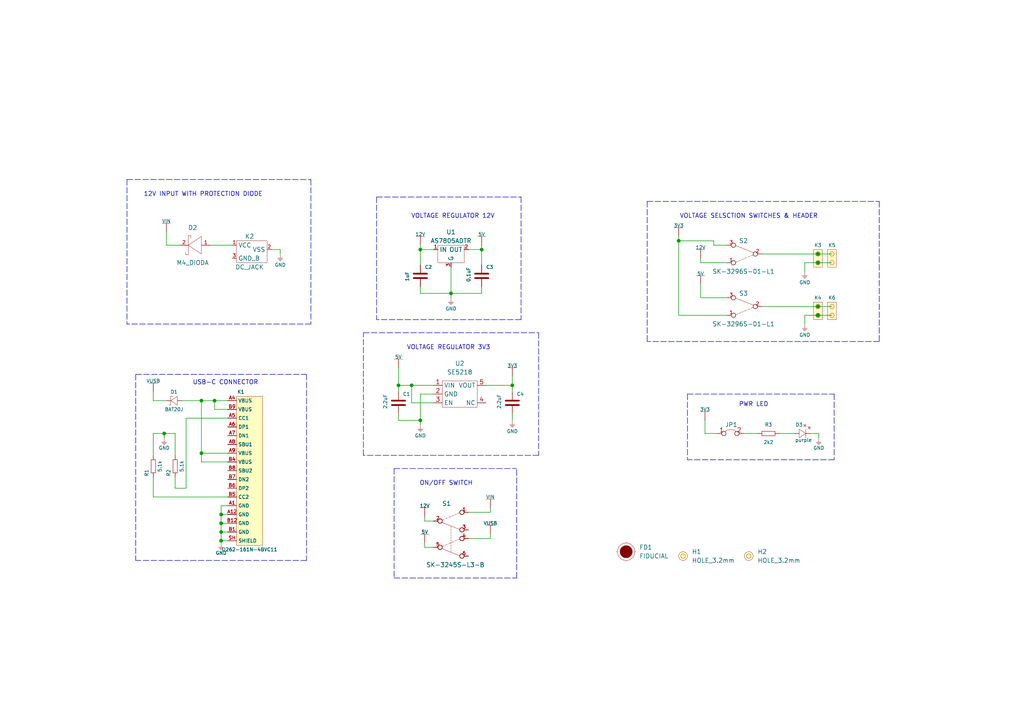
<source format=kicad_sch>
(kicad_sch (version 20210621) (generator eeschema)

  (uuid f8c8bbea-e952-4373-9560-88c6b50675e0)

  (paper "A4")

  (title_block
    (title "Breadboard power supply")
    (date "2021-07-08")
    (rev "V1.1.1.")
    (company "SOLDERED")
    (comment 1 "333084")
  )

  (lib_symbols
    (symbol "e-radionica.com schematics:0402LED" (pin_numbers hide) (pin_names (offset 0.254) hide) (in_bom yes) (on_board yes)
      (property "Reference" "D" (id 0) (at -0.635 2.54 0)
        (effects (font (size 1 1)))
      )
      (property "Value" "0402LED" (id 1) (at 0 -2.54 0)
        (effects (font (size 1 1)))
      )
      (property "Footprint" "e-radionica.com footprinti:0402LED" (id 2) (at 0 5.08 0)
        (effects (font (size 1 1)) hide)
      )
      (property "Datasheet" "" (id 3) (at 0 0 0)
        (effects (font (size 1 1)) hide)
      )
      (symbol "0402LED_0_1"
        (polyline
          (pts
            (xy -0.635 1.27)
            (xy 1.27 0)
          )
          (stroke (width 0.0006)) (fill (type none))
        )
        (polyline
          (pts
            (xy 0.635 1.905)
            (xy 1.27 2.54)
          )
          (stroke (width 0.0006)) (fill (type none))
        )
        (polyline
          (pts
            (xy 1.27 1.27)
            (xy 1.27 -1.27)
          )
          (stroke (width 0.0006)) (fill (type none))
        )
        (polyline
          (pts
            (xy 1.905 1.27)
            (xy 2.54 1.905)
          )
          (stroke (width 0.0006)) (fill (type none))
        )
        (polyline
          (pts
            (xy -0.635 1.27)
            (xy -0.635 -1.27)
            (xy 1.27 0)
          )
          (stroke (width 0.0006)) (fill (type none))
        )
        (polyline
          (pts
            (xy 1.27 2.54)
            (xy 0.635 2.54)
            (xy 1.27 1.905)
            (xy 1.27 2.54)
          )
          (stroke (width 0.0006)) (fill (type none))
        )
        (polyline
          (pts
            (xy 2.54 1.905)
            (xy 1.905 1.905)
            (xy 2.54 1.27)
            (xy 2.54 1.905)
          )
          (stroke (width 0.0006)) (fill (type none))
        )
      )
      (symbol "0402LED_1_1"
        (pin passive line (at -1.905 0 0) (length 1.27)
          (name "A" (effects (font (size 1.27 1.27))))
          (number "1" (effects (font (size 1.27 1.27))))
        )
        (pin passive line (at 2.54 0 180) (length 1.27)
          (name "K" (effects (font (size 1.27 1.27))))
          (number "2" (effects (font (size 1.27 1.27))))
        )
      )
    )
    (symbol "e-radionica.com schematics:0402R" (pin_numbers hide) (pin_names (offset 0.254)) (in_bom yes) (on_board yes)
      (property "Reference" "R" (id 0) (at -1.905 1.27 0)
        (effects (font (size 1 1)))
      )
      (property "Value" "0402R" (id 1) (at 0 -1.27 0)
        (effects (font (size 1 1)))
      )
      (property "Footprint" "e-radionica.com footprinti:0402R" (id 2) (at -2.54 1.905 0)
        (effects (font (size 1 1)) hide)
      )
      (property "Datasheet" "" (id 3) (at -2.54 1.905 0)
        (effects (font (size 1 1)) hide)
      )
      (symbol "0402R_0_1"
        (rectangle (start -1.905 -0.635) (end 1.905 -0.6604)
          (stroke (width 0.1)) (fill (type none))
        )
        (rectangle (start -1.905 0.635) (end -1.8796 -0.635)
          (stroke (width 0.1)) (fill (type none))
        )
        (rectangle (start -1.905 0.635) (end 1.905 0.6096)
          (stroke (width 0.1)) (fill (type none))
        )
        (rectangle (start 1.905 0.635) (end 1.9304 -0.635)
          (stroke (width 0.1)) (fill (type none))
        )
      )
      (symbol "0402R_1_1"
        (pin passive line (at -3.175 0 0) (length 1.27)
          (name "~" (effects (font (size 1.27 1.27))))
          (number "1" (effects (font (size 1.27 1.27))))
        )
        (pin passive line (at 3.175 0 180) (length 1.27)
          (name "~" (effects (font (size 1.27 1.27))))
          (number "2" (effects (font (size 1.27 1.27))))
        )
      )
    )
    (symbol "e-radionica.com schematics:0603C" (pin_numbers hide) (pin_names (offset 0.002)) (in_bom yes) (on_board yes)
      (property "Reference" "C" (id 0) (at -0.635 3.175 0)
        (effects (font (size 1 1)))
      )
      (property "Value" "0603C" (id 1) (at 0 -3.175 0)
        (effects (font (size 1 1)))
      )
      (property "Footprint" "e-radionica.com footprinti:0603C" (id 2) (at 0 0 0)
        (effects (font (size 1 1)) hide)
      )
      (property "Datasheet" "" (id 3) (at 0 0 0)
        (effects (font (size 1 1)) hide)
      )
      (symbol "0603C_0_1"
        (polyline
          (pts
            (xy -0.635 1.905)
            (xy -0.635 -1.905)
          )
          (stroke (width 0.5)) (fill (type none))
        )
        (polyline
          (pts
            (xy 0.635 1.905)
            (xy 0.635 -1.905)
          )
          (stroke (width 0.5)) (fill (type none))
        )
      )
      (symbol "0603C_1_1"
        (pin passive line (at -3.175 0 0) (length 2.54)
          (name "~" (effects (font (size 1.27 1.27))))
          (number "1" (effects (font (size 1.27 1.27))))
        )
        (pin passive line (at 3.175 0 180) (length 2.54)
          (name "~" (effects (font (size 1.27 1.27))))
          (number "2" (effects (font (size 1.27 1.27))))
        )
      )
    )
    (symbol "e-radionica.com schematics:0603R_1" (pin_numbers hide) (pin_names (offset 0.254)) (in_bom yes) (on_board yes)
      (property "Reference" "R" (id 0) (at -1.905 1.905 0)
        (effects (font (size 1 1)))
      )
      (property "Value" "0603R" (id 1) (at 0 -1.905 0)
        (effects (font (size 1 1)))
      )
      (property "Footprint" "e-radionica.com footprinti:0603R" (id 2) (at -0.635 1.905 0)
        (effects (font (size 1 1)) hide)
      )
      (property "Datasheet" "" (id 3) (at -0.635 1.905 0)
        (effects (font (size 1 1)) hide)
      )
      (symbol "0603R_1_0_1"
        (rectangle (start -1.905 -0.635) (end 1.905 -0.6604)
          (stroke (width 0.1)) (fill (type none))
        )
        (rectangle (start -1.905 0.635) (end -1.8796 -0.635)
          (stroke (width 0.1)) (fill (type none))
        )
        (rectangle (start -1.905 0.635) (end 1.905 0.6096)
          (stroke (width 0.1)) (fill (type none))
        )
        (rectangle (start 1.905 0.635) (end 1.9304 -0.635)
          (stroke (width 0.1)) (fill (type none))
        )
      )
      (symbol "0603R_1_1_1"
        (pin passive line (at -3.175 0 0) (length 1.27)
          (name "~" (effects (font (size 1.27 1.27))))
          (number "1" (effects (font (size 1.27 1.27))))
        )
        (pin passive line (at 3.175 0 180) (length 1.27)
          (name "~" (effects (font (size 1.27 1.27))))
          (number "2" (effects (font (size 1.27 1.27))))
        )
      )
    )
    (symbol "e-radionica.com schematics:0603R_2" (pin_numbers hide) (pin_names (offset 0.254)) (in_bom yes) (on_board yes)
      (property "Reference" "R" (id 0) (at -1.905 1.905 0)
        (effects (font (size 1 1)))
      )
      (property "Value" "0603R" (id 1) (at 0 -1.905 0)
        (effects (font (size 1 1)))
      )
      (property "Footprint" "e-radionica.com footprinti:0603R" (id 2) (at -0.635 1.905 0)
        (effects (font (size 1 1)) hide)
      )
      (property "Datasheet" "" (id 3) (at -0.635 1.905 0)
        (effects (font (size 1 1)) hide)
      )
      (symbol "0603R_2_0_1"
        (rectangle (start -1.905 -0.635) (end 1.905 -0.6604)
          (stroke (width 0.1)) (fill (type none))
        )
        (rectangle (start -1.905 0.635) (end -1.8796 -0.635)
          (stroke (width 0.1)) (fill (type none))
        )
        (rectangle (start -1.905 0.635) (end 1.905 0.6096)
          (stroke (width 0.1)) (fill (type none))
        )
        (rectangle (start 1.905 0.635) (end 1.9304 -0.635)
          (stroke (width 0.1)) (fill (type none))
        )
      )
      (symbol "0603R_2_1_1"
        (pin passive line (at -3.175 0 0) (length 1.27)
          (name "~" (effects (font (size 1.27 1.27))))
          (number "1" (effects (font (size 1.27 1.27))))
        )
        (pin passive line (at 3.175 0 180) (length 1.27)
          (name "~" (effects (font (size 1.27 1.27))))
          (number "2" (effects (font (size 1.27 1.27))))
        )
      )
    )
    (symbol "e-radionica.com schematics:12V" (power) (pin_names (offset 0)) (in_bom yes) (on_board yes)
      (property "Reference" "#PWR" (id 0) (at 4.445 0 0)
        (effects (font (size 1 1)) hide)
      )
      (property "Value" "12V" (id 1) (at 0 3.556 0)
        (effects (font (size 1 1)))
      )
      (property "Footprint" "" (id 2) (at 4.445 3.81 0)
        (effects (font (size 1 1)) hide)
      )
      (property "Datasheet" "" (id 3) (at 4.445 3.81 0)
        (effects (font (size 1 1)) hide)
      )
      (property "ki_keywords" "power-flag" (id 4) (at 0 0 0)
        (effects (font (size 1.27 1.27)) hide)
      )
      (property "ki_description" "Power symbol creates a global label with name \"+3V3\"" (id 5) (at 0 0 0)
        (effects (font (size 1.27 1.27)) hide)
      )
      (symbol "12V_0_1"
        (polyline
          (pts
            (xy -1.27 2.54)
            (xy 1.27 2.54)
          )
          (stroke (width 0.0006)) (fill (type none))
        )
        (polyline
          (pts
            (xy 0 0)
            (xy 0 2.54)
          )
          (stroke (width 0)) (fill (type none))
        )
      )
      (symbol "12V_1_1"
        (pin power_in line (at 0 0 90) (length 0) hide
          (name "12V" (effects (font (size 1.27 1.27))))
          (number "1" (effects (font (size 1.27 1.27))))
        )
      )
    )
    (symbol "e-radionica.com schematics:3V3" (power) (pin_names (offset 0)) (in_bom yes) (on_board yes)
      (property "Reference" "#PWR" (id 0) (at 4.445 0 0)
        (effects (font (size 1 1)) hide)
      )
      (property "Value" "3V3" (id 1) (at 0 3.556 0)
        (effects (font (size 1 1)))
      )
      (property "Footprint" "" (id 2) (at 4.445 3.81 0)
        (effects (font (size 1 1)) hide)
      )
      (property "Datasheet" "" (id 3) (at 4.445 3.81 0)
        (effects (font (size 1 1)) hide)
      )
      (property "ki_keywords" "power-flag" (id 4) (at 0 0 0)
        (effects (font (size 1.27 1.27)) hide)
      )
      (property "ki_description" "Power symbol creates a global label with name \"+3V3\"" (id 5) (at 0 0 0)
        (effects (font (size 1.27 1.27)) hide)
      )
      (symbol "3V3_0_1"
        (polyline
          (pts
            (xy -1.27 2.54)
            (xy 1.27 2.54)
          )
          (stroke (width 0.0006)) (fill (type none))
        )
        (polyline
          (pts
            (xy 0 0)
            (xy 0 2.54)
          )
          (stroke (width 0)) (fill (type none))
        )
      )
      (symbol "3V3_1_1"
        (pin power_in line (at 0 0 90) (length 0) hide
          (name "3V3" (effects (font (size 1.27 1.27))))
          (number "1" (effects (font (size 1.27 1.27))))
        )
      )
    )
    (symbol "e-radionica.com schematics:5V" (power) (pin_names (offset 0)) (in_bom yes) (on_board yes)
      (property "Reference" "#PWR" (id 0) (at 4.445 0 0)
        (effects (font (size 1 1)) hide)
      )
      (property "Value" "5V" (id 1) (at 0 3.556 0)
        (effects (font (size 1 1)))
      )
      (property "Footprint" "" (id 2) (at 4.445 3.81 0)
        (effects (font (size 1 1)) hide)
      )
      (property "Datasheet" "" (id 3) (at 4.445 3.81 0)
        (effects (font (size 1 1)) hide)
      )
      (property "ki_keywords" "power-flag" (id 4) (at 0 0 0)
        (effects (font (size 1.27 1.27)) hide)
      )
      (property "ki_description" "Power symbol creates a global label with name \"+3V3\"" (id 5) (at 0 0 0)
        (effects (font (size 1.27 1.27)) hide)
      )
      (symbol "5V_0_1"
        (polyline
          (pts
            (xy -1.27 2.54)
            (xy 1.27 2.54)
          )
          (stroke (width 0.0006)) (fill (type none))
        )
        (polyline
          (pts
            (xy 0 0)
            (xy 0 2.54)
          )
          (stroke (width 0)) (fill (type none))
        )
      )
      (symbol "5V_1_1"
        (pin power_in line (at 0 0 90) (length 0) hide
          (name "5V" (effects (font (size 1.27 1.27))))
          (number "1" (effects (font (size 1.27 1.27))))
        )
      )
    )
    (symbol "e-radionica.com schematics:AS7805ADTR" (in_bom yes) (on_board yes)
      (property "Reference" "U" (id 0) (at 0 5.08 0)
        (effects (font (size 1.27 1.27)))
      )
      (property "Value" "AS7805ADTR" (id 1) (at 0 -8.89 0)
        (effects (font (size 1.27 1.27)))
      )
      (property "Footprint" "e-radionica.com footprinti:AS7805ADTR" (id 2) (at 0 -3.81 0)
        (effects (font (size 1.27 1.27)) hide)
      )
      (property "Datasheet" "" (id 3) (at 0 0 0)
        (effects (font (size 1.27 1.27)) hide)
      )
      (symbol "AS7805ADTR_0_1"
        (rectangle (start -3.81 3.81) (end 3.81 -1.27)
          (stroke (width 0.0006)) (fill (type none))
        )
      )
      (symbol "AS7805ADTR_1_1"
        (pin input line (at -5.08 2.54 0) (length 1.27)
          (name "IN" (effects (font (size 1.27 1.27))))
          (number "1" (effects (font (size 1 1))))
        )
        (pin output line (at 5.08 2.54 180) (length 1.27)
          (name "OUT" (effects (font (size 1.27 1.27))))
          (number "2" (effects (font (size 1 1))))
        )
        (pin passive line (at 0 -2.54 90) (length 1.27)
          (name "G" (effects (font (size 1.27 1.27))))
          (number "3" (effects (font (size 1 1))))
        )
      )
    )
    (symbol "e-radionica.com schematics:BAT20J" (pin_numbers hide) (pin_names hide) (in_bom yes) (on_board yes)
      (property "Reference" "D" (id 0) (at 0 2.54 0)
        (effects (font (size 1 1)))
      )
      (property "Value" "BAT20J" (id 1) (at 0 -2.54 0)
        (effects (font (size 1 1)))
      )
      (property "Footprint" "e-radionica.com footprinti:SOD-323" (id 2) (at 0.635 3.81 0)
        (effects (font (size 1 1)) hide)
      )
      (property "Datasheet" "" (id 3) (at 0 0 0)
        (effects (font (size 1 1)) hide)
      )
      (symbol "BAT20J_0_1"
        (polyline
          (pts
            (xy -0.635 1.27)
            (xy 1.27 0)
          )
          (stroke (width 0.0006)) (fill (type none))
        )
        (polyline
          (pts
            (xy 1.27 -1.27)
            (xy 0.635 -1.27)
          )
          (stroke (width 0.0006)) (fill (type none))
        )
        (polyline
          (pts
            (xy 1.27 1.27)
            (xy 1.27 -1.27)
          )
          (stroke (width 0.0006)) (fill (type none))
        )
        (polyline
          (pts
            (xy 1.27 1.27)
            (xy 1.905 1.27)
          )
          (stroke (width 0.0006)) (fill (type none))
        )
        (polyline
          (pts
            (xy -0.635 1.27)
            (xy -0.635 -1.27)
            (xy 1.27 0)
          )
          (stroke (width 0.0006)) (fill (type none))
        )
      )
      (symbol "BAT20J_1_1"
        (pin passive line (at -1.905 0 0) (length 1.27)
          (name "A" (effects (font (size 1.27 1.27))))
          (number "1" (effects (font (size 1.27 1.27))))
        )
        (pin passive line (at 2.54 0 180) (length 1.27)
          (name "K" (effects (font (size 1.27 1.27))))
          (number "2" (effects (font (size 1.27 1.27))))
        )
      )
    )
    (symbol "e-radionica.com schematics:DC_JACK" (in_bom yes) (on_board yes)
      (property "Reference" "K" (id 0) (at 0 5.08 0)
        (effects (font (size 1.27 1.27)))
      )
      (property "Value" "DC_JACK" (id 1) (at 0 -5.08 0)
        (effects (font (size 1.27 1.27)))
      )
      (property "Footprint" "e-radionica.com footprinti:DC_JACK" (id 2) (at 0 0 0)
        (effects (font (size 1.27 1.27)) hide)
      )
      (property "Datasheet" "" (id 3) (at 0 0 0)
        (effects (font (size 1.27 1.27)) hide)
      )
      (symbol "DC_JACK_0_1"
        (rectangle (start -3.81 2.54) (end 5.08 -3.81)
          (stroke (width 0.0006)) (fill (type none))
        )
      )
      (symbol "DC_JACK_1_1"
        (pin passive line (at -5.08 1.27 0) (length 1.27)
          (name "VCC" (effects (font (size 1.27 1.27))))
          (number "1" (effects (font (size 1 1))))
        )
        (pin passive line (at 6.35 0 180) (length 1.27)
          (name "VSS" (effects (font (size 1.27 1.27))))
          (number "2" (effects (font (size 1 1))))
        )
        (pin passive line (at -5.08 -2.54 0) (length 1.27)
          (name "GND_B" (effects (font (size 1.27 1.27))))
          (number "3" (effects (font (size 1 1))))
        )
      )
    )
    (symbol "e-radionica.com schematics:FIDUCIAL" (in_bom yes) (on_board yes)
      (property "Reference" "FD" (id 0) (at 0 3.81 0)
        (effects (font (size 1.27 1.27)))
      )
      (property "Value" "FIDUCIAL" (id 1) (at 0 -3.81 0)
        (effects (font (size 1.27 1.27)))
      )
      (property "Footprint" "e-radionica.com footprinti:FIDUCIAL_23" (id 2) (at 0.254 -5.334 0)
        (effects (font (size 1.27 1.27)) hide)
      )
      (property "Datasheet" "" (id 3) (at 0 0 0)
        (effects (font (size 1.27 1.27)) hide)
      )
      (symbol "FIDUCIAL_0_1"
        (circle (center 0 0) (radius 2.54) (stroke (width 0.0006)) (fill (type none)))
        (circle (center 0 0) (radius 1.7961) (stroke (width 0.001)) (fill (type outline)))
        (polyline
          (pts
            (xy -2.54 0)
            (xy -2.794 0)
          )
          (stroke (width 0.0006)) (fill (type none))
        )
        (polyline
          (pts
            (xy 0 -2.54)
            (xy 0 -2.794)
          )
          (stroke (width 0.0006)) (fill (type none))
        )
        (polyline
          (pts
            (xy 0 2.54)
            (xy 0 2.794)
          )
          (stroke (width 0.0006)) (fill (type none))
        )
        (polyline
          (pts
            (xy 2.54 0)
            (xy 2.794 0)
          )
          (stroke (width 0.0006)) (fill (type none))
        )
      )
    )
    (symbol "e-radionica.com schematics:GND" (power) (pin_names (offset 0)) (in_bom yes) (on_board yes)
      (property "Reference" "#PWR" (id 0) (at 4.445 0 0)
        (effects (font (size 1 1)) hide)
      )
      (property "Value" "GND" (id 1) (at 0 -2.921 0)
        (effects (font (size 1 1)))
      )
      (property "Footprint" "" (id 2) (at 4.445 3.81 0)
        (effects (font (size 1 1)) hide)
      )
      (property "Datasheet" "" (id 3) (at 4.445 3.81 0)
        (effects (font (size 1 1)) hide)
      )
      (property "ki_keywords" "power-flag" (id 4) (at 0 0 0)
        (effects (font (size 1.27 1.27)) hide)
      )
      (property "ki_description" "Power symbol creates a global label with name \"+3V3\"" (id 5) (at 0 0 0)
        (effects (font (size 1.27 1.27)) hide)
      )
      (symbol "GND_0_1"
        (polyline
          (pts
            (xy -0.762 -1.27)
            (xy 0.762 -1.27)
          )
          (stroke (width 0.0006)) (fill (type none))
        )
        (polyline
          (pts
            (xy -0.635 -1.524)
            (xy 0.635 -1.524)
          )
          (stroke (width 0.0006)) (fill (type none))
        )
        (polyline
          (pts
            (xy -0.381 -1.778)
            (xy 0.381 -1.778)
          )
          (stroke (width 0.0006)) (fill (type none))
        )
        (polyline
          (pts
            (xy -0.127 -2.032)
            (xy 0.127 -2.032)
          )
          (stroke (width 0.0006)) (fill (type none))
        )
        (polyline
          (pts
            (xy 0 0)
            (xy 0 -1.27)
          )
          (stroke (width 0.0006)) (fill (type none))
        )
      )
      (symbol "GND_1_1"
        (pin power_in line (at 0 0 270) (length 0) hide
          (name "GND" (effects (font (size 1.27 1.27))))
          (number "1" (effects (font (size 1.27 1.27))))
        )
      )
    )
    (symbol "e-radionica.com schematics:GND_1" (power) (pin_names (offset 0)) (in_bom yes) (on_board yes)
      (property "Reference" "#PWR" (id 0) (at 4.445 0 0)
        (effects (font (size 1 1)) hide)
      )
      (property "Value" "GND" (id 1) (at 0 -2.921 0)
        (effects (font (size 1 1)))
      )
      (property "Footprint" "" (id 2) (at 4.445 3.81 0)
        (effects (font (size 1 1)) hide)
      )
      (property "Datasheet" "" (id 3) (at 4.445 3.81 0)
        (effects (font (size 1 1)) hide)
      )
      (property "ki_keywords" "power-flag" (id 4) (at 0 0 0)
        (effects (font (size 1.27 1.27)) hide)
      )
      (property "ki_description" "Power symbol creates a global label with name \"+3V3\"" (id 5) (at 0 0 0)
        (effects (font (size 1.27 1.27)) hide)
      )
      (symbol "GND_1_0_1"
        (polyline
          (pts
            (xy -0.762 -1.27)
            (xy 0.762 -1.27)
          )
          (stroke (width 0.0006)) (fill (type none))
        )
        (polyline
          (pts
            (xy -0.635 -1.524)
            (xy 0.635 -1.524)
          )
          (stroke (width 0.0006)) (fill (type none))
        )
        (polyline
          (pts
            (xy -0.381 -1.778)
            (xy 0.381 -1.778)
          )
          (stroke (width 0.0006)) (fill (type none))
        )
        (polyline
          (pts
            (xy -0.127 -2.032)
            (xy 0.127 -2.032)
          )
          (stroke (width 0.0006)) (fill (type none))
        )
        (polyline
          (pts
            (xy 0 0)
            (xy 0 -1.27)
          )
          (stroke (width 0.0006)) (fill (type none))
        )
      )
      (symbol "GND_1_1_1"
        (pin power_in line (at 0 0 270) (length 0) hide
          (name "GND" (effects (font (size 1.27 1.27))))
          (number "1" (effects (font (size 1.27 1.27))))
        )
      )
    )
    (symbol "e-radionica.com schematics:GND_3" (power) (pin_names (offset 0)) (in_bom yes) (on_board yes)
      (property "Reference" "#PWR" (id 0) (at 4.445 0 0)
        (effects (font (size 1 1)) hide)
      )
      (property "Value" "GND" (id 1) (at 0 -2.921 0)
        (effects (font (size 1 1)))
      )
      (property "Footprint" "" (id 2) (at 4.445 3.81 0)
        (effects (font (size 1 1)) hide)
      )
      (property "Datasheet" "" (id 3) (at 4.445 3.81 0)
        (effects (font (size 1 1)) hide)
      )
      (property "ki_keywords" "power-flag" (id 4) (at 0 0 0)
        (effects (font (size 1.27 1.27)) hide)
      )
      (property "ki_description" "Power symbol creates a global label with name \"+3V3\"" (id 5) (at 0 0 0)
        (effects (font (size 1.27 1.27)) hide)
      )
      (symbol "GND_3_0_1"
        (polyline
          (pts
            (xy -0.762 -1.27)
            (xy 0.762 -1.27)
          )
          (stroke (width 0.0006)) (fill (type none))
        )
        (polyline
          (pts
            (xy -0.635 -1.524)
            (xy 0.635 -1.524)
          )
          (stroke (width 0.0006)) (fill (type none))
        )
        (polyline
          (pts
            (xy -0.381 -1.778)
            (xy 0.381 -1.778)
          )
          (stroke (width 0.0006)) (fill (type none))
        )
        (polyline
          (pts
            (xy -0.127 -2.032)
            (xy 0.127 -2.032)
          )
          (stroke (width 0.0006)) (fill (type none))
        )
        (polyline
          (pts
            (xy 0 0)
            (xy 0 -1.27)
          )
          (stroke (width 0.0006)) (fill (type none))
        )
      )
      (symbol "GND_3_1_1"
        (pin power_in line (at 0 0 270) (length 0) hide
          (name "GND" (effects (font (size 1.27 1.27))))
          (number "1" (effects (font (size 1.27 1.27))))
        )
      )
    )
    (symbol "e-radionica.com schematics:GND_5" (power) (pin_names (offset 0)) (in_bom yes) (on_board yes)
      (property "Reference" "#PWR" (id 0) (at 4.445 0 0)
        (effects (font (size 1 1)) hide)
      )
      (property "Value" "GND" (id 1) (at 0 -2.921 0)
        (effects (font (size 1 1)))
      )
      (property "Footprint" "" (id 2) (at 4.445 3.81 0)
        (effects (font (size 1 1)) hide)
      )
      (property "Datasheet" "" (id 3) (at 4.445 3.81 0)
        (effects (font (size 1 1)) hide)
      )
      (property "ki_keywords" "power-flag" (id 4) (at 0 0 0)
        (effects (font (size 1.27 1.27)) hide)
      )
      (property "ki_description" "Power symbol creates a global label with name \"+3V3\"" (id 5) (at 0 0 0)
        (effects (font (size 1.27 1.27)) hide)
      )
      (symbol "GND_5_0_1"
        (polyline
          (pts
            (xy -0.762 -1.27)
            (xy 0.762 -1.27)
          )
          (stroke (width 0.0006)) (fill (type none))
        )
        (polyline
          (pts
            (xy -0.635 -1.524)
            (xy 0.635 -1.524)
          )
          (stroke (width 0.0006)) (fill (type none))
        )
        (polyline
          (pts
            (xy -0.381 -1.778)
            (xy 0.381 -1.778)
          )
          (stroke (width 0.0006)) (fill (type none))
        )
        (polyline
          (pts
            (xy -0.127 -2.032)
            (xy 0.127 -2.032)
          )
          (stroke (width 0.0006)) (fill (type none))
        )
        (polyline
          (pts
            (xy 0 0)
            (xy 0 -1.27)
          )
          (stroke (width 0.0006)) (fill (type none))
        )
      )
      (symbol "GND_5_1_1"
        (pin power_in line (at 0 0 270) (length 0) hide
          (name "GND" (effects (font (size 1.27 1.27))))
          (number "1" (effects (font (size 1.27 1.27))))
        )
      )
    )
    (symbol "e-radionica.com schematics:HEADER_MALE_2X1" (pin_numbers hide) (pin_names hide) (in_bom yes) (on_board yes)
      (property "Reference" "K" (id 0) (at -1.27 5.08 0)
        (effects (font (size 1 1)))
      )
      (property "Value" "HEADER_MALE_2X1" (id 1) (at 0 -2.54 0)
        (effects (font (size 1 1)))
      )
      (property "Footprint" "e-radionica.com footprinti:HEADER_MALE_2X1" (id 2) (at 0 0 0)
        (effects (font (size 1 1)) hide)
      )
      (property "Datasheet" "" (id 3) (at 0 0 0)
        (effects (font (size 1 1)) hide)
      )
      (symbol "HEADER_MALE_2X1_0_1"
        (circle (center 0 0) (radius 0.635) (stroke (width 0.0006)) (fill (type none)))
        (circle (center 0 2.54) (radius 0.635) (stroke (width 0.0006)) (fill (type none)))
        (rectangle (start 1.27 -1.27) (end -1.27 3.81)
          (stroke (width 0.001)) (fill (type background))
        )
      )
      (symbol "HEADER_MALE_2X1_1_1"
        (pin passive line (at 0 0 180) (length 0)
          (name "~" (effects (font (size 1 1))))
          (number "1" (effects (font (size 1 1))))
        )
        (pin passive line (at 0 2.54 180) (length 0)
          (name "~" (effects (font (size 1 1))))
          (number "2" (effects (font (size 1 1))))
        )
      )
    )
    (symbol "e-radionica.com schematics:HOLE_3.2mm" (pin_numbers hide) (pin_names hide) (in_bom yes) (on_board yes)
      (property "Reference" "H" (id 0) (at 0 2.54 0)
        (effects (font (size 1.27 1.27)))
      )
      (property "Value" "HOLE_3.2mm" (id 1) (at 0 -2.54 0)
        (effects (font (size 1.27 1.27)))
      )
      (property "Footprint" "e-radionica.com footprinti:HOLE_3.2mm" (id 2) (at 0 0 0)
        (effects (font (size 1.27 1.27)) hide)
      )
      (property "Datasheet" "" (id 3) (at 0 0 0)
        (effects (font (size 1.27 1.27)) hide)
      )
      (symbol "HOLE_3.2mm_0_1"
        (circle (center 0 0) (radius 0.635) (stroke (width 0.0006)) (fill (type none)))
        (circle (center 0 0) (radius 1.27) (stroke (width 0.001)) (fill (type background)))
      )
    )
    (symbol "e-radionica.com schematics:M4_DIODA" (pin_names hide) (in_bom yes) (on_board yes)
      (property "Reference" "D" (id 0) (at 0 3.81 0)
        (effects (font (size 1.27 1.27)))
      )
      (property "Value" "M4_DIODA" (id 1) (at 0 -4.572 0)
        (effects (font (size 1.27 1.27)))
      )
      (property "Footprint" "e-radionica.com footprinti:M4_DIODA" (id 2) (at 0 -6.35 0)
        (effects (font (size 1.27 1.27)) hide)
      )
      (property "Datasheet" "" (id 3) (at 0 0 0)
        (effects (font (size 1.27 1.27)) hide)
      )
      (symbol "M4_DIODA_0_1"
        (polyline
          (pts
            (xy -2.54 2.54)
            (xy -2.54 -2.54)
            (xy 1.27 0)
            (xy -2.54 2.54)
          )
          (stroke (width 0.0006)) (fill (type none))
        )
        (polyline
          (pts
            (xy 1.27 2.794)
            (xy 1.27 -2.794)
            (xy 0.508 -2.794)
            (xy 0.508 -2.032)
          )
          (stroke (width 0.0006)) (fill (type none))
        )
        (polyline
          (pts
            (xy 1.27 2.794)
            (xy 2.032 2.794)
            (xy 2.032 2.032)
            (xy 2.032 2.54)
          )
          (stroke (width 0.0006)) (fill (type none))
        )
      )
      (symbol "M4_DIODA_1_1"
        (pin passive line (at -5.08 0 0) (length 2.54)
          (name "A" (effects (font (size 1 1))))
          (number "1" (effects (font (size 1 1))))
        )
        (pin passive line (at 3.81 0 180) (length 2.54)
          (name "K" (effects (font (size 1 1))))
          (number "2" (effects (font (size 1 1))))
        )
      )
    )
    (symbol "e-radionica.com schematics:SE5218" (in_bom yes) (on_board yes)
      (property "Reference" "U" (id 0) (at -3.81 5.08 0)
        (effects (font (size 1.27 1.27)))
      )
      (property "Value" "SE5218" (id 1) (at 0 -5.08 0)
        (effects (font (size 1.27 1.27)))
      )
      (property "Footprint" "e-radionica.com footprinti:SOT-23-5" (id 2) (at 0 0 0)
        (effects (font (size 1.27 1.27)) hide)
      )
      (property "Datasheet" "" (id 3) (at 0 0 0)
        (effects (font (size 1.27 1.27)) hide)
      )
      (symbol "SE5218_0_1"
        (rectangle (start -5.08 3.81) (end 5.08 -3.81)
          (stroke (width 0.0006)) (fill (type none))
        )
      )
      (symbol "SE5218_1_1"
        (pin power_in line (at -7.62 2.54 0) (length 2.54)
          (name "VIN" (effects (font (size 1.27 1.27))))
          (number "1" (effects (font (size 1.27 1.27))))
        )
        (pin power_in line (at -7.62 0 0) (length 2.54)
          (name "GND" (effects (font (size 1.27 1.27))))
          (number "2" (effects (font (size 1.27 1.27))))
        )
        (pin input line (at -7.62 -2.54 0) (length 2.54)
          (name "EN" (effects (font (size 1.27 1.27))))
          (number "3" (effects (font (size 1.27 1.27))))
        )
        (pin passive line (at 7.62 -2.54 180) (length 2.54)
          (name "NC" (effects (font (size 1.27 1.27))))
          (number "4" (effects (font (size 1.27 1.27))))
        )
        (pin power_out line (at 7.62 2.54 180) (length 2.54)
          (name "VOUT" (effects (font (size 1.27 1.27))))
          (number "5" (effects (font (size 1.27 1.27))))
        )
      )
    )
    (symbol "e-radionica.com schematics:SK-3245S-L3-B" (in_bom yes) (on_board yes)
      (property "Reference" "S" (id 0) (at -3.81 7.62 0)
        (effects (font (size 1.27 1.27)))
      )
      (property "Value" "SK-3245S-L3-B" (id 1) (at 0 -10.16 0)
        (effects (font (size 1.27 1.27)))
      )
      (property "Footprint" "e-radionica.com footprinti:SK-3245S-L3-B" (id 2) (at 0 0 0)
        (effects (font (size 1.27 1.27)) hide)
      )
      (property "Datasheet" "" (id 3) (at 0 0 0)
        (effects (font (size 1.27 1.27)) hide)
      )
      (symbol "SK-3245S-L3-B_0_1"
        (polyline
          (pts
            (xy -5.1816 -4.191)
            (xy -0.0254 -6.2484)
          )
          (stroke (width 0.0006)) (fill (type none))
        )
        (polyline
          (pts
            (xy -5.1816 3.429)
            (xy -0.0254 1.3716)
          )
          (stroke (width 0.0006)) (fill (type none))
        )
        (polyline
          (pts
            (xy -5.1054 -3.556)
            (xy -4.4958 -3.302)
          )
          (stroke (width 0.0006)) (fill (type none))
        )
        (polyline
          (pts
            (xy -5.1054 4.064)
            (xy -4.4958 4.318)
          )
          (stroke (width 0.0006)) (fill (type none))
        )
        (polyline
          (pts
            (xy -4.1402 -3.1496)
            (xy -3.6068 -2.921)
          )
          (stroke (width 0.0006)) (fill (type none))
        )
        (polyline
          (pts
            (xy -4.1402 4.4704)
            (xy -3.6068 4.699)
          )
          (stroke (width 0.0006)) (fill (type none))
        )
        (polyline
          (pts
            (xy -3.2258 -2.7686)
            (xy -2.54 -2.4638)
          )
          (stroke (width 0.0006)) (fill (type none))
        )
        (polyline
          (pts
            (xy -3.2258 4.8514)
            (xy -2.54 5.1562)
          )
          (stroke (width 0.0006)) (fill (type none))
        )
        (polyline
          (pts
            (xy -2.54 -3.81)
            (xy -2.54 -4.318)
          )
          (stroke (width 0.0006)) (fill (type none))
        )
        (polyline
          (pts
            (xy -2.54 -3.048)
            (xy -2.54 -3.556)
          )
          (stroke (width 0.0006)) (fill (type none))
        )
        (polyline
          (pts
            (xy -2.54 -2.286)
            (xy -2.54 -2.794)
          )
          (stroke (width 0.0006)) (fill (type none))
        )
        (polyline
          (pts
            (xy -2.54 -1.524)
            (xy -2.54 -2.032)
          )
          (stroke (width 0.0006)) (fill (type none))
        )
        (polyline
          (pts
            (xy -2.54 -0.762)
            (xy -2.54 -1.27)
          )
          (stroke (width 0.0006)) (fill (type none))
        )
        (polyline
          (pts
            (xy -2.54 0)
            (xy -2.54 -0.508)
          )
          (stroke (width 0.0006)) (fill (type none))
        )
        (polyline
          (pts
            (xy -2.54 0.762)
            (xy -2.54 0.254)
          )
          (stroke (width 0.0006)) (fill (type none))
        )
        (polyline
          (pts
            (xy -2.54 1.524)
            (xy -2.54 1.016)
          )
          (stroke (width 0.0006)) (fill (type none))
        )
        (polyline
          (pts
            (xy -2.286 -2.3622)
            (xy -1.7018 -2.1082)
          )
          (stroke (width 0.0006)) (fill (type none))
        )
        (polyline
          (pts
            (xy -2.286 5.2578)
            (xy -1.7018 5.5118)
          )
          (stroke (width 0.0006)) (fill (type none))
        )
        (polyline
          (pts
            (xy -1.4224 -1.9812)
            (xy -0.9398 -1.778)
          )
          (stroke (width 0.0006)) (fill (type none))
        )
        (polyline
          (pts
            (xy -1.4224 5.6388)
            (xy -0.9398 5.842)
          )
          (stroke (width 0.0006)) (fill (type none))
        )
        (polyline
          (pts
            (xy -2.54 -4.572)
            (xy -2.54 -5.08)
            (xy -2.54 -4.826)
          )
          (stroke (width 0.0006)) (fill (type none))
        )
        (polyline
          (pts
            (xy -2.54 2.286)
            (xy -2.54 1.778)
            (xy -2.54 1.778)
          )
          (stroke (width 0.0006)) (fill (type none))
        )
        (polyline
          (pts
            (xy -0.6858 -1.6764)
            (xy -0.127 -1.4224)
            (xy -0.1524 -1.4224)
          )
          (stroke (width 0.0006)) (fill (type none))
        )
        (polyline
          (pts
            (xy -0.6858 5.9436)
            (xy -0.127 6.1976)
            (xy -0.1524 6.1976)
          )
          (stroke (width 0.0006)) (fill (type none))
        )
      )
      (symbol "SK-3245S-L3-B_1_1"
        (pin input inverted (at 2.54 6.35 180) (length 2.54)
          (name "" (effects (font (size 1 1))))
          (number "1" (effects (font (size 1 1))))
        )
        (pin input inverted (at -7.62 3.81 0) (length 2.54)
          (name "" (effects (font (size 1 1))))
          (number "2" (effects (font (size 1 1))))
        )
        (pin input inverted (at 2.54 1.27 180) (length 2.54)
          (name "" (effects (font (size 1 1))))
          (number "3" (effects (font (size 1 1))))
        )
        (pin input inverted (at 2.54 -1.27 180) (length 2.54)
          (name "" (effects (font (size 1 1))))
          (number "4" (effects (font (size 1 1))))
        )
        (pin input inverted (at -7.62 -3.81 0) (length 2.54)
          (name "" (effects (font (size 1 1))))
          (number "5" (effects (font (size 1 1))))
        )
        (pin input inverted (at 2.54 -6.35 180) (length 2.54)
          (name "" (effects (font (size 1 1))))
          (number "6" (effects (font (size 1 1))))
        )
      )
    )
    (symbol "e-radionica.com schematics:SK-3296S-01-L1" (in_bom yes) (on_board yes)
      (property "Reference" "S" (id 0) (at 0 7.62 0)
        (effects (font (size 1.27 1.27)))
      )
      (property "Value" "SK-3296S-01-L1" (id 1) (at 0 -6.35 0)
        (effects (font (size 1.27 1.27)))
      )
      (property "Footprint" "e-radionica.com footprinti:SWITCH_ON_OFF_ON_3296" (id 2) (at -0.762 0 0)
        (effects (font (size 1.27 1.27)) hide)
      )
      (property "Datasheet" "" (id 3) (at -0.762 0 0)
        (effects (font (size 1.27 1.27)) hide)
      )
      (property "ki_keywords" "SMD SWITCH    SMD SWITCH" (id 4) (at 0 0 0)
        (effects (font (size 1.27 1.27)) hide)
      )
      (symbol "SK-3296S-01-L1_0_1"
        (polyline
          (pts
            (xy -2.8956 -0.381)
            (xy 2.2606 -2.4384)
          )
          (stroke (width 0.0006)) (fill (type none))
        )
        (polyline
          (pts
            (xy -2.8194 0.254)
            (xy -2.2098 0.508)
          )
          (stroke (width 0.0006)) (fill (type none))
        )
        (polyline
          (pts
            (xy -1.8542 0.6604)
            (xy -1.3208 0.889)
          )
          (stroke (width 0.0006)) (fill (type none))
        )
        (polyline
          (pts
            (xy -0.9398 1.0414)
            (xy -0.254 1.3462)
          )
          (stroke (width 0.0006)) (fill (type none))
        )
        (polyline
          (pts
            (xy 0 1.4478)
            (xy 0.5842 1.7018)
          )
          (stroke (width 0.0006)) (fill (type none))
        )
        (polyline
          (pts
            (xy 0.8636 1.8288)
            (xy 1.3462 2.032)
          )
          (stroke (width 0.0006)) (fill (type none))
        )
        (polyline
          (pts
            (xy 1.6002 2.1336)
            (xy 2.159 2.3876)
            (xy 2.1336 2.3876)
          )
          (stroke (width 0.0006)) (fill (type none))
        )
      )
      (symbol "SK-3296S-01-L1_1_1"
        (pin input inverted (at 4.826 2.54 180) (length 2.54)
          (name "" (effects (font (size 1 1))))
          (number "1" (effects (font (size 1 1))))
        )
        (pin input inverted (at -5.334 0 0) (length 2.54)
          (name "" (effects (font (size 1 1))))
          (number "2" (effects (font (size 1 1))))
        )
        (pin input inverted (at 4.826 -2.54 180) (length 2.54)
          (name "" (effects (font (size 1 1))))
          (number "3" (effects (font (size 1 1))))
        )
      )
    )
    (symbol "e-radionica.com schematics:SMD-JUMPER-CONNECTED_TRACE_SLODERMASK" (in_bom yes) (on_board yes)
      (property "Reference" "JP" (id 0) (at 0 3.556 0)
        (effects (font (size 1.27 1.27)))
      )
      (property "Value" "SMD-JUMPER-CONNECTED_TRACE_SLODERMASK" (id 1) (at 0 -2.54 0)
        (effects (font (size 1.27 1.27)))
      )
      (property "Footprint" "e-radionica.com footprinti:SMD-JUMPER-CONNECTED_TRACE_SLODERMASK" (id 2) (at 0 -5.715 0)
        (effects (font (size 1.27 1.27)) hide)
      )
      (property "Datasheet" "" (id 3) (at 0 0 0)
        (effects (font (size 1.27 1.27)) hide)
      )
      (symbol "SMD-JUMPER-CONNECTED_TRACE_SLODERMASK_0_1"
        (arc (start -1.8034 0.5588) (end 1.397 0.5842) (radius (at -0.1875 -1.4124) (length 2.5489) (angles 129.3 51.6))
          (stroke (width 0.0006)) (fill (type none))
        )
      )
      (symbol "SMD-JUMPER-CONNECTED_TRACE_SLODERMASK_1_1"
        (pin passive inverted (at -4.064 0 0) (length 2.54)
          (name "" (effects (font (size 1.27 1.27))))
          (number "1" (effects (font (size 1.27 1.27))))
        )
        (pin passive inverted (at 3.556 0 180) (length 2.54)
          (name "" (effects (font (size 1.27 1.27))))
          (number "2" (effects (font (size 1.27 1.27))))
        )
      )
    )
    (symbol "e-radionica.com schematics:U262-161N-4BVC11" (in_bom yes) (on_board yes)
      (property "Reference" "K" (id 0) (at 0 22.86 0)
        (effects (font (size 1 1)))
      )
      (property "Value" "U262-161N-4BVC11" (id 1) (at 2.54 -22.86 0)
        (effects (font (size 1 1)))
      )
      (property "Footprint" "e-radionica.com footprinti:U262-161N-4BVC11" (id 2) (at 1.27 -3.81 0)
        (effects (font (size 1 1)) hide)
      )
      (property "Datasheet" "" (id 3) (at 1.27 -3.81 0)
        (effects (font (size 1 1)) hide)
      )
      (property "ki_keywords" "USBC USB-C USB" (id 4) (at 0 0 0)
        (effects (font (size 1.27 1.27)) hide)
      )
      (symbol "U262-161N-4BVC11_0_1"
        (rectangle (start -1.27 21.59) (end 6.35 -21.59)
          (stroke (width 0.001)) (fill (type background))
        )
      )
      (symbol "U262-161N-4BVC11_1_1"
        (pin passive line (at -3.81 -10.16 0) (length 2.54)
          (name "GND" (effects (font (size 1 1))))
          (number "A1" (effects (font (size 1 1))))
        )
        (pin passive line (at -3.81 -12.7 0) (length 2.54)
          (name "GND" (effects (font (size 1 1))))
          (number "A12" (effects (font (size 1 1))))
        )
        (pin passive line (at -3.81 20.32 0) (length 2.54)
          (name "VBUS" (effects (font (size 1 1))))
          (number "A4" (effects (font (size 1 1))))
        )
        (pin passive line (at -3.81 15.24 0) (length 2.54)
          (name "CC1" (effects (font (size 1 1))))
          (number "A5" (effects (font (size 1 1))))
        )
        (pin passive line (at -3.81 12.7 0) (length 2.54)
          (name "DP1" (effects (font (size 1 1))))
          (number "A6" (effects (font (size 1 1))))
        )
        (pin passive line (at -3.81 10.16 0) (length 2.54)
          (name "DN1" (effects (font (size 1 1))))
          (number "A7" (effects (font (size 1 1))))
        )
        (pin passive line (at -3.81 7.62 0) (length 2.54)
          (name "SBU1" (effects (font (size 1 1))))
          (number "A8" (effects (font (size 1 1))))
        )
        (pin passive line (at -3.81 5.08 0) (length 2.54)
          (name "VBUS" (effects (font (size 1 1))))
          (number "A9" (effects (font (size 1 1))))
        )
        (pin passive line (at -3.81 -17.78 0) (length 2.54)
          (name "GND" (effects (font (size 1 1))))
          (number "B1" (effects (font (size 1 1))))
        )
        (pin passive line (at -3.81 -15.24 0) (length 2.54)
          (name "GND" (effects (font (size 1 1))))
          (number "B12" (effects (font (size 1 1))))
        )
        (pin passive line (at -3.81 2.54 0) (length 2.54)
          (name "VBUS" (effects (font (size 1 1))))
          (number "B4" (effects (font (size 1 1))))
        )
        (pin passive line (at -3.81 -7.62 0) (length 2.54)
          (name "CC2" (effects (font (size 1 1))))
          (number "B5" (effects (font (size 1 1))))
        )
        (pin passive line (at -3.81 -5.08 0) (length 2.54)
          (name "DP2" (effects (font (size 1 1))))
          (number "B6" (effects (font (size 1 1))))
        )
        (pin passive line (at -3.81 -2.54 0) (length 2.54)
          (name "DN2" (effects (font (size 1 1))))
          (number "B7" (effects (font (size 1 1))))
        )
        (pin passive line (at -3.81 0 0) (length 2.54)
          (name "SBU2" (effects (font (size 1 1))))
          (number "B8" (effects (font (size 1 1))))
        )
        (pin passive line (at -3.81 17.78 0) (length 2.54)
          (name "VBUS" (effects (font (size 1 1))))
          (number "B9" (effects (font (size 1 1))))
        )
        (pin passive line (at -3.81 -20.32 0) (length 2.54)
          (name "SHIELD" (effects (font (size 1 1))))
          (number "SH" (effects (font (size 1 1))))
        )
      )
    )
    (symbol "e-radionica.com schematics:VIN" (power) (pin_names (offset 0)) (in_bom yes) (on_board yes)
      (property "Reference" "#PWR" (id 0) (at 4.445 0 0)
        (effects (font (size 1 1)) hide)
      )
      (property "Value" "VIN" (id 1) (at 0 3.556 0)
        (effects (font (size 1 1)))
      )
      (property "Footprint" "" (id 2) (at 4.445 3.81 0)
        (effects (font (size 1 1)) hide)
      )
      (property "Datasheet" "" (id 3) (at 4.445 3.81 0)
        (effects (font (size 1 1)) hide)
      )
      (property "ki_keywords" "power-flag" (id 4) (at 0 0 0)
        (effects (font (size 1.27 1.27)) hide)
      )
      (property "ki_description" "Power symbol creates a global label with name \"+3V3\"" (id 5) (at 0 0 0)
        (effects (font (size 1.27 1.27)) hide)
      )
      (symbol "VIN_0_1"
        (polyline
          (pts
            (xy -1.27 2.54)
            (xy 1.27 2.54)
          )
          (stroke (width 0.0006)) (fill (type none))
        )
        (polyline
          (pts
            (xy 0 0)
            (xy 0 2.54)
          )
          (stroke (width 0)) (fill (type none))
        )
      )
      (symbol "VIN_1_1"
        (pin power_in line (at 0 0 90) (length 0) hide
          (name "VIN" (effects (font (size 1.27 1.27))))
          (number "1" (effects (font (size 1.27 1.27))))
        )
      )
    )
    (symbol "e-radionica.com schematics:VUSB" (power) (pin_names (offset 0)) (in_bom yes) (on_board yes)
      (property "Reference" "#PWR" (id 0) (at 4.445 0 0)
        (effects (font (size 1 1)) hide)
      )
      (property "Value" "VUSB" (id 1) (at 0 3.556 0)
        (effects (font (size 1 1)))
      )
      (property "Footprint" "" (id 2) (at 4.445 3.81 0)
        (effects (font (size 1 1)) hide)
      )
      (property "Datasheet" "" (id 3) (at 4.445 3.81 0)
        (effects (font (size 1 1)) hide)
      )
      (property "ki_keywords" "power-flag" (id 4) (at 0 0 0)
        (effects (font (size 1.27 1.27)) hide)
      )
      (property "ki_description" "Power symbol creates a global label with name \"+3V3\"" (id 5) (at 0 0 0)
        (effects (font (size 1.27 1.27)) hide)
      )
      (symbol "VUSB_0_1"
        (polyline
          (pts
            (xy -1.27 2.54)
            (xy 1.27 2.54)
          )
          (stroke (width 0.0006)) (fill (type none))
        )
        (polyline
          (pts
            (xy 0 0)
            (xy 0 2.54)
          )
          (stroke (width 0)) (fill (type none))
        )
      )
      (symbol "VUSB_1_1"
        (pin power_in line (at 0 0 90) (length 0) hide
          (name "VUSB" (effects (font (size 1.27 1.27))))
          (number "1" (effects (font (size 1.27 1.27))))
        )
      )
    )
  )

  (junction (at 47.625 125.73) (diameter 0.9144) (color 0 0 0 0))
  (junction (at 58.42 116.205) (diameter 0.9144) (color 0 0 0 0))
  (junction (at 58.42 131.445) (diameter 0.9144) (color 0 0 0 0))
  (junction (at 62.23 116.205) (diameter 0.9144) (color 0 0 0 0))
  (junction (at 64.135 149.225) (diameter 0.9144) (color 0 0 0 0))
  (junction (at 64.135 151.765) (diameter 0.9144) (color 0 0 0 0))
  (junction (at 64.135 154.305) (diameter 0.9144) (color 0 0 0 0))
  (junction (at 64.135 156.845) (diameter 0.9144) (color 0 0 0 0))
  (junction (at 115.57 111.76) (diameter 0.9144) (color 0 0 0 0))
  (junction (at 119.38 111.76) (diameter 0.9144) (color 0 0 0 0))
  (junction (at 121.92 72.39) (diameter 0.9144) (color 0 0 0 0))
  (junction (at 121.92 121.92) (diameter 0.9144) (color 0 0 0 0))
  (junction (at 130.81 85.09) (diameter 0.9144) (color 0 0 0 0))
  (junction (at 139.7 72.39) (diameter 0.9144) (color 0 0 0 0))
  (junction (at 148.59 111.76) (diameter 0.9144) (color 0 0 0 0))
  (junction (at 196.85 69.85) (diameter 0.9144) (color 0 0 0 0))
  (junction (at 237.236 73.66) (diameter 0.9144) (color 0 0 0 0))
  (junction (at 237.236 76.2) (diameter 0.9144) (color 0 0 0 0))
  (junction (at 237.236 88.9) (diameter 0.9144) (color 0 0 0 0))
  (junction (at 237.236 91.44) (diameter 0.9144) (color 0 0 0 0))

  (wire (pts (xy 44.45 116.205) (xy 44.45 113.665))
    (stroke (width 0) (type solid) (color 0 0 0 0))
    (uuid c6df5547-431b-49f1-853c-ea7f9f951b23)
  )
  (wire (pts (xy 44.45 116.205) (xy 48.26 116.205))
    (stroke (width 0) (type solid) (color 0 0 0 0))
    (uuid b0a3d0ea-d8b8-480c-bf68-9a6d521e5c17)
  )
  (wire (pts (xy 44.45 125.73) (xy 44.45 132.08))
    (stroke (width 0) (type solid) (color 0 0 0 0))
    (uuid 276f74c8-a42f-46c0-b9ca-72a909519d35)
  )
  (wire (pts (xy 44.45 125.73) (xy 47.625 125.73))
    (stroke (width 0) (type solid) (color 0 0 0 0))
    (uuid 0ff9407c-428b-4e39-aeb5-30c8f1d163e9)
  )
  (wire (pts (xy 44.45 138.43) (xy 44.45 144.145))
    (stroke (width 0) (type solid) (color 0 0 0 0))
    (uuid 99072e93-5274-419c-ba38-73108ceba3c1)
  )
  (wire (pts (xy 47.625 125.73) (xy 47.625 127))
    (stroke (width 0) (type solid) (color 0 0 0 0))
    (uuid 08e4ee58-d4de-47fc-aa8f-0e7009af4583)
  )
  (wire (pts (xy 47.625 125.73) (xy 50.8 125.73))
    (stroke (width 0) (type solid) (color 0 0 0 0))
    (uuid 22491a4d-81bb-4a92-88fc-04dea86ba144)
  )
  (wire (pts (xy 48.26 71.12) (xy 48.26 67.31))
    (stroke (width 0) (type solid) (color 0 0 0 0))
    (uuid 44a01e11-777f-4808-b9de-f3f1cd54b787)
  )
  (wire (pts (xy 50.8 125.73) (xy 50.8 132.08))
    (stroke (width 0) (type solid) (color 0 0 0 0))
    (uuid 70ea09a8-aa23-4ade-9445-844a4754e62e)
  )
  (wire (pts (xy 50.8 138.43) (xy 50.8 141.605))
    (stroke (width 0) (type solid) (color 0 0 0 0))
    (uuid 2ec08eb3-98d5-4910-91ee-0e06d2b27240)
  )
  (wire (pts (xy 50.8 141.605) (xy 53.975 141.605))
    (stroke (width 0) (type solid) (color 0 0 0 0))
    (uuid 4cf4ae9b-164b-441f-bf83-b0833519c447)
  )
  (wire (pts (xy 52.07 71.12) (xy 48.26 71.12))
    (stroke (width 0) (type solid) (color 0 0 0 0))
    (uuid 44a01e11-777f-4808-b9de-f3f1cd54b787)
  )
  (wire (pts (xy 52.705 116.205) (xy 58.42 116.205))
    (stroke (width 0) (type solid) (color 0 0 0 0))
    (uuid 751b4205-7bfb-4483-8bf5-1a18b99647a6)
  )
  (wire (pts (xy 53.975 121.285) (xy 66.04 121.285))
    (stroke (width 0) (type solid) (color 0 0 0 0))
    (uuid 638389f4-9587-4241-9344-67d23b7bdf54)
  )
  (wire (pts (xy 53.975 141.605) (xy 53.975 121.285))
    (stroke (width 0) (type solid) (color 0 0 0 0))
    (uuid 63cfdcdd-d40c-47e0-baa6-b5bfd9631c60)
  )
  (wire (pts (xy 58.42 116.205) (xy 62.23 116.205))
    (stroke (width 0) (type solid) (color 0 0 0 0))
    (uuid 090fd56a-f3bc-47cd-97aa-f84881ff32b3)
  )
  (wire (pts (xy 58.42 131.445) (xy 58.42 116.205))
    (stroke (width 0) (type solid) (color 0 0 0 0))
    (uuid a3ee54db-2b9f-473b-9747-207741574a80)
  )
  (wire (pts (xy 58.42 131.445) (xy 58.42 133.985))
    (stroke (width 0) (type solid) (color 0 0 0 0))
    (uuid 959224df-ced0-4d73-bf2f-23c58ac5f8b8)
  )
  (wire (pts (xy 58.42 131.445) (xy 66.04 131.445))
    (stroke (width 0) (type solid) (color 0 0 0 0))
    (uuid 606e4823-4175-465e-8073-a04847c773ec)
  )
  (wire (pts (xy 60.96 71.12) (xy 67.31 71.12))
    (stroke (width 0) (type solid) (color 0 0 0 0))
    (uuid da2d856a-2876-4255-99c5-080674c59758)
  )
  (wire (pts (xy 62.23 116.205) (xy 66.04 116.205))
    (stroke (width 0) (type solid) (color 0 0 0 0))
    (uuid 973016f5-045a-41be-99e4-68e7c014dc3d)
  )
  (wire (pts (xy 62.23 118.745) (xy 62.23 116.205))
    (stroke (width 0) (type solid) (color 0 0 0 0))
    (uuid 0d893504-3a1a-4413-923f-86a99855fc61)
  )
  (wire (pts (xy 64.135 146.685) (xy 64.135 149.225))
    (stroke (width 0) (type solid) (color 0 0 0 0))
    (uuid de5357b9-60a3-42e0-9ad9-43167b94fb0c)
  )
  (wire (pts (xy 64.135 149.225) (xy 64.135 151.765))
    (stroke (width 0) (type solid) (color 0 0 0 0))
    (uuid fc1a9a64-c962-4f2c-99c7-a519fc89c8d1)
  )
  (wire (pts (xy 64.135 149.225) (xy 66.04 149.225))
    (stroke (width 0) (type solid) (color 0 0 0 0))
    (uuid 5d53f1d8-ac31-4afe-a454-9aab1322457f)
  )
  (wire (pts (xy 64.135 151.765) (xy 64.135 154.305))
    (stroke (width 0) (type solid) (color 0 0 0 0))
    (uuid c16fe4d1-7d3c-4cd0-b974-65b29693cda2)
  )
  (wire (pts (xy 64.135 151.765) (xy 66.04 151.765))
    (stroke (width 0) (type solid) (color 0 0 0 0))
    (uuid b309d807-f3b9-4861-b771-9411a33638e5)
  )
  (wire (pts (xy 64.135 154.305) (xy 64.135 156.845))
    (stroke (width 0) (type solid) (color 0 0 0 0))
    (uuid cfd924a1-349e-4d9f-b1ee-fff0b3f555f6)
  )
  (wire (pts (xy 64.135 154.305) (xy 66.04 154.305))
    (stroke (width 0) (type solid) (color 0 0 0 0))
    (uuid cc194f94-e024-4e21-9d6f-04d1c99d897d)
  )
  (wire (pts (xy 64.135 156.845) (xy 64.135 157.48))
    (stroke (width 0) (type solid) (color 0 0 0 0))
    (uuid 76deb955-7f34-492c-b865-211dcfc4c9ba)
  )
  (wire (pts (xy 66.04 118.745) (xy 62.23 118.745))
    (stroke (width 0) (type solid) (color 0 0 0 0))
    (uuid aac44e4e-83ee-461c-abde-03e9e0f12b6c)
  )
  (wire (pts (xy 66.04 133.985) (xy 58.42 133.985))
    (stroke (width 0) (type solid) (color 0 0 0 0))
    (uuid be351a5a-0c5a-4626-8c54-137683ac7698)
  )
  (wire (pts (xy 66.04 144.145) (xy 44.45 144.145))
    (stroke (width 0) (type solid) (color 0 0 0 0))
    (uuid 3c76eceb-1c57-4199-917c-8d3c81a5c89a)
  )
  (wire (pts (xy 66.04 146.685) (xy 64.135 146.685))
    (stroke (width 0) (type solid) (color 0 0 0 0))
    (uuid 907872a7-70de-4654-a929-33fe422fb180)
  )
  (wire (pts (xy 66.04 156.845) (xy 64.135 156.845))
    (stroke (width 0) (type solid) (color 0 0 0 0))
    (uuid 50db0e2c-6cce-4064-9d4f-b4386c263b3e)
  )
  (wire (pts (xy 78.74 72.39) (xy 81.28 72.39))
    (stroke (width 0) (type solid) (color 0 0 0 0))
    (uuid d69a1070-7b19-4af9-9f0f-74bb53adf511)
  )
  (wire (pts (xy 81.28 72.39) (xy 81.28 73.66))
    (stroke (width 0) (type solid) (color 0 0 0 0))
    (uuid d69a1070-7b19-4af9-9f0f-74bb53adf511)
  )
  (wire (pts (xy 115.57 111.76) (xy 115.57 106.68))
    (stroke (width 0) (type solid) (color 0 0 0 0))
    (uuid fecec40d-d234-42c3-8d45-ce4216245f17)
  )
  (wire (pts (xy 115.57 111.76) (xy 115.57 113.665))
    (stroke (width 0) (type solid) (color 0 0 0 0))
    (uuid 9c4e15e5-6f6a-445b-b08f-1450f5b8269b)
  )
  (wire (pts (xy 115.57 120.015) (xy 115.57 121.92))
    (stroke (width 0) (type solid) (color 0 0 0 0))
    (uuid 6f1a68bc-337b-417a-b510-9a988d372336)
  )
  (wire (pts (xy 115.57 121.92) (xy 121.92 121.92))
    (stroke (width 0) (type solid) (color 0 0 0 0))
    (uuid 6f1a68bc-337b-417a-b510-9a988d372336)
  )
  (wire (pts (xy 119.38 111.76) (xy 115.57 111.76))
    (stroke (width 0) (type solid) (color 0 0 0 0))
    (uuid fecec40d-d234-42c3-8d45-ce4216245f17)
  )
  (wire (pts (xy 119.38 116.84) (xy 119.38 111.76))
    (stroke (width 0) (type solid) (color 0 0 0 0))
    (uuid 0a418b8b-7d26-453f-b9c2-108ed9106688)
  )
  (wire (pts (xy 121.92 71.12) (xy 121.92 72.39))
    (stroke (width 0) (type solid) (color 0 0 0 0))
    (uuid 4db6e45a-b9f0-49b5-a7b9-a3829197122e)
  )
  (wire (pts (xy 121.92 72.39) (xy 121.92 76.835))
    (stroke (width 0) (type solid) (color 0 0 0 0))
    (uuid 4db6e45a-b9f0-49b5-a7b9-a3829197122e)
  )
  (wire (pts (xy 121.92 72.39) (xy 125.73 72.39))
    (stroke (width 0) (type solid) (color 0 0 0 0))
    (uuid 93379a13-0c55-464a-a581-a90df587e45d)
  )
  (wire (pts (xy 121.92 83.185) (xy 121.92 85.09))
    (stroke (width 0) (type solid) (color 0 0 0 0))
    (uuid 0f3d3ac3-fd44-4944-a0eb-062c1e328e0c)
  )
  (wire (pts (xy 121.92 85.09) (xy 130.81 85.09))
    (stroke (width 0) (type solid) (color 0 0 0 0))
    (uuid 0f3d3ac3-fd44-4944-a0eb-062c1e328e0c)
  )
  (wire (pts (xy 121.92 114.3) (xy 121.92 121.92))
    (stroke (width 0) (type solid) (color 0 0 0 0))
    (uuid 8aec303a-3245-41f8-8fff-d5769dfc7202)
  )
  (wire (pts (xy 121.92 121.92) (xy 121.92 123.19))
    (stroke (width 0) (type solid) (color 0 0 0 0))
    (uuid 6f1a68bc-337b-417a-b510-9a988d372336)
  )
  (wire (pts (xy 123.19 151.13) (xy 123.19 149.86))
    (stroke (width 0) (type solid) (color 0 0 0 0))
    (uuid 840a4a0a-3c8a-4d34-ade7-cd1851670e29)
  )
  (wire (pts (xy 123.19 158.75) (xy 123.19 157.48))
    (stroke (width 0) (type solid) (color 0 0 0 0))
    (uuid 205305ba-50eb-4de7-af1a-1a78068adf49)
  )
  (wire (pts (xy 125.73 111.76) (xy 119.38 111.76))
    (stroke (width 0) (type solid) (color 0 0 0 0))
    (uuid fecec40d-d234-42c3-8d45-ce4216245f17)
  )
  (wire (pts (xy 125.73 114.3) (xy 121.92 114.3))
    (stroke (width 0) (type solid) (color 0 0 0 0))
    (uuid 8aec303a-3245-41f8-8fff-d5769dfc7202)
  )
  (wire (pts (xy 125.73 116.84) (xy 119.38 116.84))
    (stroke (width 0) (type solid) (color 0 0 0 0))
    (uuid 0a418b8b-7d26-453f-b9c2-108ed9106688)
  )
  (wire (pts (xy 125.73 151.13) (xy 123.19 151.13))
    (stroke (width 0) (type solid) (color 0 0 0 0))
    (uuid 840a4a0a-3c8a-4d34-ade7-cd1851670e29)
  )
  (wire (pts (xy 125.73 158.75) (xy 123.19 158.75))
    (stroke (width 0) (type solid) (color 0 0 0 0))
    (uuid 205305ba-50eb-4de7-af1a-1a78068adf49)
  )
  (wire (pts (xy 130.81 77.47) (xy 130.81 85.09))
    (stroke (width 0) (type solid) (color 0 0 0 0))
    (uuid 3b1488c6-9f91-4557-af8e-8ecd561698f7)
  )
  (wire (pts (xy 130.81 85.09) (xy 130.81 86.36))
    (stroke (width 0) (type solid) (color 0 0 0 0))
    (uuid 0f3d3ac3-fd44-4944-a0eb-062c1e328e0c)
  )
  (wire (pts (xy 130.81 85.09) (xy 139.7 85.09))
    (stroke (width 0) (type solid) (color 0 0 0 0))
    (uuid 53fe2f1f-1aee-43c0-8fd8-ed76e98c2f26)
  )
  (wire (pts (xy 135.89 72.39) (xy 139.7 72.39))
    (stroke (width 0) (type solid) (color 0 0 0 0))
    (uuid 92221aab-5950-4ce4-a1c1-0aaddd8d2039)
  )
  (wire (pts (xy 135.89 148.59) (xy 142.24 148.59))
    (stroke (width 0) (type solid) (color 0 0 0 0))
    (uuid 2e4addbc-074a-423a-b8bd-f707c7a974b4)
  )
  (wire (pts (xy 135.89 156.21) (xy 142.24 156.21))
    (stroke (width 0) (type solid) (color 0 0 0 0))
    (uuid 6705da50-f162-4ca6-8134-ab68544fa8bb)
  )
  (wire (pts (xy 139.7 71.12) (xy 139.7 72.39))
    (stroke (width 0) (type solid) (color 0 0 0 0))
    (uuid 8d0e833b-3c2f-40a8-8b93-fc84cb20c76e)
  )
  (wire (pts (xy 139.7 72.39) (xy 139.7 76.835))
    (stroke (width 0) (type solid) (color 0 0 0 0))
    (uuid 8d0e833b-3c2f-40a8-8b93-fc84cb20c76e)
  )
  (wire (pts (xy 139.7 83.185) (xy 139.7 85.09))
    (stroke (width 0) (type solid) (color 0 0 0 0))
    (uuid 53fe2f1f-1aee-43c0-8fd8-ed76e98c2f26)
  )
  (wire (pts (xy 140.97 111.76) (xy 148.59 111.76))
    (stroke (width 0) (type solid) (color 0 0 0 0))
    (uuid 9a7411df-b829-480f-a69f-13bdaf9b28a6)
  )
  (wire (pts (xy 142.24 148.59) (xy 142.24 147.32))
    (stroke (width 0) (type solid) (color 0 0 0 0))
    (uuid 2e4addbc-074a-423a-b8bd-f707c7a974b4)
  )
  (wire (pts (xy 142.24 156.21) (xy 142.24 154.94))
    (stroke (width 0) (type solid) (color 0 0 0 0))
    (uuid 6705da50-f162-4ca6-8134-ab68544fa8bb)
  )
  (wire (pts (xy 148.59 111.76) (xy 148.59 109.22))
    (stroke (width 0) (type solid) (color 0 0 0 0))
    (uuid 9a7411df-b829-480f-a69f-13bdaf9b28a6)
  )
  (wire (pts (xy 148.59 111.76) (xy 148.59 113.665))
    (stroke (width 0) (type solid) (color 0 0 0 0))
    (uuid de4e4177-7358-4a08-81b1-b32d67437516)
  )
  (wire (pts (xy 148.59 120.015) (xy 148.59 121.92))
    (stroke (width 0) (type solid) (color 0 0 0 0))
    (uuid 176ec960-fae6-4534-9a68-0b4e80c08f4a)
  )
  (wire (pts (xy 196.85 69.85) (xy 196.85 68.58))
    (stroke (width 0) (type solid) (color 0 0 0 0))
    (uuid 11fd4697-434d-4f2c-9bcf-af8934d74ea1)
  )
  (wire (pts (xy 196.85 69.85) (xy 196.85 91.44))
    (stroke (width 0) (type solid) (color 0 0 0 0))
    (uuid 33da1732-c010-4524-98e1-d1809c70cf3b)
  )
  (wire (pts (xy 196.85 91.44) (xy 210.82 91.44))
    (stroke (width 0) (type solid) (color 0 0 0 0))
    (uuid 7b9297fc-e5b9-49bd-b3a8-589967a311a6)
  )
  (wire (pts (xy 203.2 76.2) (xy 203.2 74.93))
    (stroke (width 0) (type solid) (color 0 0 0 0))
    (uuid 2736976b-d782-47b9-b195-c22c8ea48aeb)
  )
  (wire (pts (xy 203.2 86.36) (xy 203.2 82.55))
    (stroke (width 0) (type solid) (color 0 0 0 0))
    (uuid 49ed74dd-3c15-462d-8a40-00ef268e9344)
  )
  (wire (pts (xy 203.2 86.36) (xy 210.82 86.36))
    (stroke (width 0) (type solid) (color 0 0 0 0))
    (uuid eba35d24-acdc-45e0-818e-1c0322ff3755)
  )
  (wire (pts (xy 204.47 125.73) (xy 204.47 121.92))
    (stroke (width 0) (type solid) (color 0 0 0 0))
    (uuid 5b01ba89-1706-4fbb-abb8-1929ed9ea45c)
  )
  (wire (pts (xy 207.01 69.85) (xy 196.85 69.85))
    (stroke (width 0) (type solid) (color 0 0 0 0))
    (uuid 11fd4697-434d-4f2c-9bcf-af8934d74ea1)
  )
  (wire (pts (xy 207.01 71.12) (xy 207.01 69.85))
    (stroke (width 0) (type solid) (color 0 0 0 0))
    (uuid 11fd4697-434d-4f2c-9bcf-af8934d74ea1)
  )
  (wire (pts (xy 208.026 125.73) (xy 204.47 125.73))
    (stroke (width 0) (type solid) (color 0 0 0 0))
    (uuid 5b01ba89-1706-4fbb-abb8-1929ed9ea45c)
  )
  (wire (pts (xy 210.82 71.12) (xy 207.01 71.12))
    (stroke (width 0) (type solid) (color 0 0 0 0))
    (uuid 11fd4697-434d-4f2c-9bcf-af8934d74ea1)
  )
  (wire (pts (xy 210.82 76.2) (xy 203.2 76.2))
    (stroke (width 0) (type solid) (color 0 0 0 0))
    (uuid 2736976b-d782-47b9-b195-c22c8ea48aeb)
  )
  (wire (pts (xy 215.646 125.73) (xy 219.71 125.73))
    (stroke (width 0) (type solid) (color 0 0 0 0))
    (uuid 810921e4-e3ee-4577-b806-4b96df1e8a25)
  )
  (wire (pts (xy 220.98 73.66) (xy 237.236 73.66))
    (stroke (width 0) (type solid) (color 0 0 0 0))
    (uuid de8f761a-66d2-4653-8d4f-e0bdd6a6b43f)
  )
  (wire (pts (xy 220.98 88.9) (xy 237.236 88.9))
    (stroke (width 0) (type solid) (color 0 0 0 0))
    (uuid 44d5d236-ae40-4d5f-872f-c66dc63466ff)
  )
  (wire (pts (xy 226.06 125.73) (xy 230.505 125.73))
    (stroke (width 0) (type solid) (color 0 0 0 0))
    (uuid 9d25d8d4-08af-402e-bdfd-84573bef4e45)
  )
  (wire (pts (xy 233.426 76.2) (xy 233.426 78.74))
    (stroke (width 0) (type solid) (color 0 0 0 0))
    (uuid ac1ca1f1-9386-4910-a34d-86ca3a06fd05)
  )
  (wire (pts (xy 233.426 91.44) (xy 233.426 93.98))
    (stroke (width 0) (type solid) (color 0 0 0 0))
    (uuid a49fdcdb-8d46-4080-a1a4-d836dce1ae6c)
  )
  (wire (pts (xy 237.236 73.66) (xy 241.3 73.66))
    (stroke (width 0) (type solid) (color 0 0 0 0))
    (uuid a8d16fc1-dbe6-41e5-8c9a-3752cce545e0)
  )
  (wire (pts (xy 237.236 76.2) (xy 233.426 76.2))
    (stroke (width 0) (type solid) (color 0 0 0 0))
    (uuid ac1ca1f1-9386-4910-a34d-86ca3a06fd05)
  )
  (wire (pts (xy 237.236 76.2) (xy 241.3 76.2))
    (stroke (width 0) (type solid) (color 0 0 0 0))
    (uuid f1aa24aa-2a19-4395-9627-90383a414602)
  )
  (wire (pts (xy 237.236 88.9) (xy 241.3 88.9))
    (stroke (width 0) (type solid) (color 0 0 0 0))
    (uuid ada93ecd-5fe4-4f6f-ab62-f1111fae834a)
  )
  (wire (pts (xy 237.236 91.44) (xy 233.426 91.44))
    (stroke (width 0) (type solid) (color 0 0 0 0))
    (uuid a49fdcdb-8d46-4080-a1a4-d836dce1ae6c)
  )
  (wire (pts (xy 237.236 91.44) (xy 241.3 91.44))
    (stroke (width 0) (type solid) (color 0 0 0 0))
    (uuid c68a0202-62d5-4ed4-9800-f7a393702273)
  )
  (wire (pts (xy 237.49 125.73) (xy 234.95 125.73))
    (stroke (width 0) (type solid) (color 0 0 0 0))
    (uuid 332fbdd6-16ef-48de-99b0-5db7761af182)
  )
  (wire (pts (xy 237.49 125.73) (xy 237.49 127))
    (stroke (width 0) (type solid) (color 0 0 0 0))
    (uuid 2335ffbf-8745-463b-bc09-aa7a5f8ad2b6)
  )
  (polyline (pts (xy 36.83 52.07) (xy 36.83 93.98))
    (stroke (width 0) (type dash) (color 0 0 0 0))
    (uuid 569ade34-1e22-47c2-90e4-89ef628b38a7)
  )
  (polyline (pts (xy 36.83 52.07) (xy 90.17 52.07))
    (stroke (width 0) (type dash) (color 0 0 0 0))
    (uuid 569ade34-1e22-47c2-90e4-89ef628b38a7)
  )
  (polyline (pts (xy 39.37 108.585) (xy 39.37 162.56))
    (stroke (width 0) (type dash) (color 0 0 0 0))
    (uuid 55635c8c-327d-4a16-8d5c-f4f35171609b)
  )
  (polyline (pts (xy 39.37 108.585) (xy 88.9 108.585))
    (stroke (width 0) (type dash) (color 0 0 0 0))
    (uuid 349b4bcc-8979-4257-8f6b-0ddd48e6c4f6)
  )
  (polyline (pts (xy 88.9 108.585) (xy 88.9 162.56))
    (stroke (width 0) (type dash) (color 0 0 0 0))
    (uuid 3610e374-042b-4a90-86e4-62d322e43122)
  )
  (polyline (pts (xy 88.9 162.56) (xy 39.37 162.56))
    (stroke (width 0) (type dash) (color 0 0 0 0))
    (uuid f28cdb14-9fa1-4cda-b639-a5a7ea2dda7c)
  )
  (polyline (pts (xy 90.17 52.07) (xy 90.17 93.98))
    (stroke (width 0) (type dash) (color 0 0 0 0))
    (uuid 569ade34-1e22-47c2-90e4-89ef628b38a7)
  )
  (polyline (pts (xy 90.17 93.98) (xy 36.83 93.98))
    (stroke (width 0) (type dash) (color 0 0 0 0))
    (uuid 569ade34-1e22-47c2-90e4-89ef628b38a7)
  )
  (polyline (pts (xy 105.41 96.52) (xy 156.21 96.52))
    (stroke (width 0) (type dash) (color 0 0 0 0))
    (uuid 6471c0ca-17ed-4ff3-b591-04f8ed7c327d)
  )
  (polyline (pts (xy 105.41 132.08) (xy 105.41 96.52))
    (stroke (width 0) (type dash) (color 0 0 0 0))
    (uuid 6471c0ca-17ed-4ff3-b591-04f8ed7c327d)
  )
  (polyline (pts (xy 109.22 57.15) (xy 109.22 92.71))
    (stroke (width 0) (type dash) (color 0 0 0 0))
    (uuid d2c65594-fa25-4dcb-be48-3f2c5d34028b)
  )
  (polyline (pts (xy 109.22 57.15) (xy 151.13 57.15))
    (stroke (width 0) (type dash) (color 0 0 0 0))
    (uuid d2c65594-fa25-4dcb-be48-3f2c5d34028b)
  )
  (polyline (pts (xy 114.3 135.89) (xy 114.3 167.64))
    (stroke (width 0) (type dash) (color 0 0 0 0))
    (uuid e4ccb03c-f042-4c31-8ce0-51d2cf141e93)
  )
  (polyline (pts (xy 114.3 135.89) (xy 149.86 135.89))
    (stroke (width 0) (type dash) (color 0 0 0 0))
    (uuid e4ccb03c-f042-4c31-8ce0-51d2cf141e93)
  )
  (polyline (pts (xy 114.3 167.64) (xy 149.86 167.64))
    (stroke (width 0) (type dash) (color 0 0 0 0))
    (uuid e4ccb03c-f042-4c31-8ce0-51d2cf141e93)
  )
  (polyline (pts (xy 149.86 167.64) (xy 149.86 135.89))
    (stroke (width 0) (type dash) (color 0 0 0 0))
    (uuid e4ccb03c-f042-4c31-8ce0-51d2cf141e93)
  )
  (polyline (pts (xy 151.13 57.15) (xy 151.13 92.71))
    (stroke (width 0) (type dash) (color 0 0 0 0))
    (uuid d2c65594-fa25-4dcb-be48-3f2c5d34028b)
  )
  (polyline (pts (xy 151.13 92.71) (xy 109.22 92.71))
    (stroke (width 0) (type dash) (color 0 0 0 0))
    (uuid d2c65594-fa25-4dcb-be48-3f2c5d34028b)
  )
  (polyline (pts (xy 156.21 96.52) (xy 156.21 132.08))
    (stroke (width 0) (type dash) (color 0 0 0 0))
    (uuid 6471c0ca-17ed-4ff3-b591-04f8ed7c327d)
  )
  (polyline (pts (xy 156.21 132.08) (xy 105.41 132.08))
    (stroke (width 0) (type dash) (color 0 0 0 0))
    (uuid 6471c0ca-17ed-4ff3-b591-04f8ed7c327d)
  )
  (polyline (pts (xy 187.706 58.42) (xy 187.706 99.06))
    (stroke (width 0) (type dash) (color 0 0 0 0))
    (uuid 67f64a16-11da-4356-867a-c8ea548ce5db)
  )
  (polyline (pts (xy 187.706 58.42) (xy 255.016 58.42))
    (stroke (width 0) (type dash) (color 0 0 0 0))
    (uuid 67f64a16-11da-4356-867a-c8ea548ce5db)
  )
  (polyline (pts (xy 199.39 114.3) (xy 199.39 133.35))
    (stroke (width 0) (type dash) (color 0 0 0 0))
    (uuid 5ddde6c2-5bd1-4d5e-8ad3-683a43d47c57)
  )
  (polyline (pts (xy 199.39 114.3) (xy 241.935 114.3))
    (stroke (width 0) (type dash) (color 0 0 0 0))
    (uuid 8ba5e1cc-5f40-48de-8322-0f525b7eff7a)
  )
  (polyline (pts (xy 241.935 114.3) (xy 241.935 133.35))
    (stroke (width 0) (type dash) (color 0 0 0 0))
    (uuid 097ae3fb-e76a-4fd0-aa4c-5d8789d8569f)
  )
  (polyline (pts (xy 241.935 133.35) (xy 199.39 133.35))
    (stroke (width 0) (type dash) (color 0 0 0 0))
    (uuid edfcd496-77e4-4201-a85d-3e5d1fac4702)
  )
  (polyline (pts (xy 255.016 58.42) (xy 255.016 99.06))
    (stroke (width 0) (type dash) (color 0 0 0 0))
    (uuid 67f64a16-11da-4356-867a-c8ea548ce5db)
  )
  (polyline (pts (xy 255.016 99.06) (xy 187.706 99.06))
    (stroke (width 0) (type dash) (color 0 0 0 0))
    (uuid 67f64a16-11da-4356-867a-c8ea548ce5db)
  )

  (text "USB-C CONNECTOR" (at 74.93 111.76 180)
    (effects (font (size 1.27 1.27)) (justify right bottom))
    (uuid ee12f0ff-df11-4de6-be20-9e7ad2e8cb79)
  )
  (text "12V INPUT WITH PROTECTION DIODE" (at 76.2 57.15 180)
    (effects (font (size 1.27 1.27)) (justify right bottom))
    (uuid da4ca944-d96a-4b0c-aac9-79254fac5c42)
  )
  (text "ON/OFF SWITCH" (at 137.16 140.97 180)
    (effects (font (size 1.27 1.27)) (justify right bottom))
    (uuid e5161d82-bc4f-4781-8f5f-063ba2c474f8)
  )
  (text "VOLTAGE REGULATOR 3V3" (at 142.24 101.6 180)
    (effects (font (size 1.27 1.27)) (justify right bottom))
    (uuid 1a5f92bc-251b-47c6-a35d-69f1d6058d6e)
  )
  (text "VOLTAGE REGULATOR 12V" (at 143.51 63.5 180)
    (effects (font (size 1.27 1.27)) (justify right bottom))
    (uuid 0f1d96c3-795a-4244-87a2-872f0b655748)
  )
  (text "PWR LED" (at 222.885 118.11 180)
    (effects (font (size 1.27 1.27)) (justify right bottom))
    (uuid b2ccb540-c4a6-4ec4-bf1c-011c94e28f85)
  )
  (text "VOLTAGE SELSCTION SWITCHES & HEADER" (at 237.236 63.5 180)
    (effects (font (size 1.27 1.27)) (justify right bottom))
    (uuid 9b362979-97d7-4fe5-918b-23761eb165af)
  )

  (symbol (lib_name "e-radionica.com schematics:GND_5") (lib_id "e-radionica.com schematics:GND") (at 47.625 127 0) (unit 1)
    (in_bom yes) (on_board yes)
    (uuid c8a6dbe0-a560-4632-bc7c-c161aef6a229)
    (property "Reference" "#PWR02" (id 0) (at 52.07 127 0)
      (effects (font (size 1 1)) hide)
    )
    (property "Value" "GND" (id 1) (at 47.625 129.921 0)
      (effects (font (size 1 1)))
    )
    (property "Footprint" "" (id 2) (at 52.07 123.19 0)
      (effects (font (size 1 1)) hide)
    )
    (property "Datasheet" "" (id 3) (at 52.07 123.19 0)
      (effects (font (size 1 1)) hide)
    )
    (pin "1" (uuid ac52ae5c-8b94-4a9a-88c4-2e29df24a3e0))
  )

  (symbol (lib_name "e-radionica.com schematics:GND_1") (lib_id "e-radionica.com schematics:GND") (at 64.135 157.48 0) (unit 1)
    (in_bom yes) (on_board yes)
    (uuid 022a010b-4f97-41e1-88d2-eb793da0259f)
    (property "Reference" "#PWR04" (id 0) (at 68.58 157.48 0)
      (effects (font (size 1 1)) hide)
    )
    (property "Value" "GND" (id 1) (at 64.135 160.401 0)
      (effects (font (size 1 1)))
    )
    (property "Footprint" "" (id 2) (at 68.58 153.67 0)
      (effects (font (size 1 1)) hide)
    )
    (property "Datasheet" "" (id 3) (at 68.58 153.67 0)
      (effects (font (size 1 1)) hide)
    )
    (pin "1" (uuid ca47d7fe-c596-4c71-8605-31e940423ebf))
  )

  (symbol (lib_id "e-radionica.com schematics:GND") (at 81.28 73.66 0) (unit 1)
    (in_bom yes) (on_board yes)
    (uuid 6696beb6-15c5-4622-96e8-9afdc94f32d9)
    (property "Reference" "#PWR05" (id 0) (at 85.725 73.66 0)
      (effects (font (size 1 1)) hide)
    )
    (property "Value" "GND" (id 1) (at 81.28 76.835 0)
      (effects (font (size 1 1)))
    )
    (property "Footprint" "" (id 2) (at 85.725 69.85 0)
      (effects (font (size 1 1)) hide)
    )
    (property "Datasheet" "" (id 3) (at 85.725 69.85 0)
      (effects (font (size 1 1)) hide)
    )
    (pin "1" (uuid 296e55ab-b50e-4ada-a192-29c389ec3085))
  )

  (symbol (lib_id "e-radionica.com schematics:GND") (at 121.92 123.19 0) (unit 1)
    (in_bom yes) (on_board yes)
    (uuid 61f13ab4-1e75-4196-a593-a5250bb89c25)
    (property "Reference" "#PWR08" (id 0) (at 126.365 123.19 0)
      (effects (font (size 1 1)) hide)
    )
    (property "Value" "GND" (id 1) (at 121.92 126.365 0)
      (effects (font (size 1 1)))
    )
    (property "Footprint" "" (id 2) (at 126.365 119.38 0)
      (effects (font (size 1 1)) hide)
    )
    (property "Datasheet" "" (id 3) (at 126.365 119.38 0)
      (effects (font (size 1 1)) hide)
    )
    (pin "1" (uuid 296e55ab-b50e-4ada-a192-29c389ec3085))
  )

  (symbol (lib_id "e-radionica.com schematics:GND") (at 130.81 86.36 0) (unit 1)
    (in_bom yes) (on_board yes)
    (uuid 7f27fd44-a2f5-4ab3-8e64-dd9b4edc3330)
    (property "Reference" "#PWR011" (id 0) (at 135.255 86.36 0)
      (effects (font (size 1 1)) hide)
    )
    (property "Value" "GND" (id 1) (at 130.81 89.535 0)
      (effects (font (size 1 1)))
    )
    (property "Footprint" "" (id 2) (at 135.255 82.55 0)
      (effects (font (size 1 1)) hide)
    )
    (property "Datasheet" "" (id 3) (at 135.255 82.55 0)
      (effects (font (size 1 1)) hide)
    )
    (pin "1" (uuid 296e55ab-b50e-4ada-a192-29c389ec3085))
  )

  (symbol (lib_id "e-radionica.com schematics:GND") (at 148.59 121.92 0) (unit 1)
    (in_bom yes) (on_board yes)
    (uuid 1d31e874-b259-4aa1-83c9-9830640a232f)
    (property "Reference" "#PWR016" (id 0) (at 153.035 121.92 0)
      (effects (font (size 1 1)) hide)
    )
    (property "Value" "GND" (id 1) (at 148.59 125.095 0)
      (effects (font (size 1 1)))
    )
    (property "Footprint" "" (id 2) (at 153.035 118.11 0)
      (effects (font (size 1 1)) hide)
    )
    (property "Datasheet" "" (id 3) (at 153.035 118.11 0)
      (effects (font (size 1 1)) hide)
    )
    (pin "1" (uuid 296e55ab-b50e-4ada-a192-29c389ec3085))
  )

  (symbol (lib_id "e-radionica.com schematics:GND") (at 233.426 78.74 0) (unit 1)
    (in_bom yes) (on_board yes)
    (uuid 1af1890d-bf30-4d86-b0de-f6731e13fe07)
    (property "Reference" "#PWR021" (id 0) (at 237.871 78.74 0)
      (effects (font (size 1 1)) hide)
    )
    (property "Value" "GND" (id 1) (at 233.426 81.915 0)
      (effects (font (size 1 1)))
    )
    (property "Footprint" "" (id 2) (at 237.871 74.93 0)
      (effects (font (size 1 1)) hide)
    )
    (property "Datasheet" "" (id 3) (at 237.871 74.93 0)
      (effects (font (size 1 1)) hide)
    )
    (pin "1" (uuid 296e55ab-b50e-4ada-a192-29c389ec3085))
  )

  (symbol (lib_id "e-radionica.com schematics:GND") (at 233.426 93.98 0) (unit 1)
    (in_bom yes) (on_board yes)
    (uuid 4ed4b208-c79b-43fc-af66-1500e81300b9)
    (property "Reference" "#PWR022" (id 0) (at 237.871 93.98 0)
      (effects (font (size 1 1)) hide)
    )
    (property "Value" "GND" (id 1) (at 233.426 97.155 0)
      (effects (font (size 1 1)))
    )
    (property "Footprint" "" (id 2) (at 237.871 90.17 0)
      (effects (font (size 1 1)) hide)
    )
    (property "Datasheet" "" (id 3) (at 237.871 90.17 0)
      (effects (font (size 1 1)) hide)
    )
    (pin "1" (uuid 296e55ab-b50e-4ada-a192-29c389ec3085))
  )

  (symbol (lib_name "e-radionica.com schematics:GND_3") (lib_id "e-radionica.com schematics:GND") (at 237.49 127 0) (unit 1)
    (in_bom yes) (on_board yes)
    (uuid ca2d9d6b-eec4-4879-9ee7-4d40eade6c77)
    (property "Reference" "#PWR023" (id 0) (at 241.935 127 0)
      (effects (font (size 1 1)) hide)
    )
    (property "Value" "GND" (id 1) (at 237.49 129.921 0)
      (effects (font (size 1 1)))
    )
    (property "Footprint" "" (id 2) (at 241.935 123.19 0)
      (effects (font (size 1 1)) hide)
    )
    (property "Datasheet" "" (id 3) (at 241.935 123.19 0)
      (effects (font (size 1 1)) hide)
    )
    (pin "1" (uuid 4b59535a-117c-4257-87e9-79c1907c9ad0))
  )

  (symbol (lib_id "e-radionica.com schematics:HOLE_3.2mm") (at 198.12 161.29 0) (unit 1)
    (in_bom yes) (on_board yes)
    (uuid 3c4159fd-3f76-4c20-9575-1dd1fccb155b)
    (property "Reference" "H1" (id 0) (at 200.66 160.02 0)
      (effects (font (size 1.27 1.27)) (justify left))
    )
    (property "Value" "HOLE_3.2mm" (id 1) (at 200.66 162.56 0)
      (effects (font (size 1.27 1.27)) (justify left))
    )
    (property "Footprint" "e-radionica.com footprinti:HOLE_3.2mm" (id 2) (at 198.12 161.29 0)
      (effects (font (size 1.27 1.27)) hide)
    )
    (property "Datasheet" "" (id 3) (at 198.12 161.29 0)
      (effects (font (size 1.27 1.27)) hide)
    )
  )

  (symbol (lib_id "e-radionica.com schematics:HOLE_3.2mm") (at 217.17 161.29 0) (unit 1)
    (in_bom yes) (on_board yes)
    (uuid 69c49623-ea28-428b-9635-9a4f654c9ad8)
    (property "Reference" "H2" (id 0) (at 219.71 160.02 0)
      (effects (font (size 1.27 1.27)) (justify left))
    )
    (property "Value" "HOLE_3.2mm" (id 1) (at 219.71 162.56 0)
      (effects (font (size 1.27 1.27)) (justify left))
    )
    (property "Footprint" "e-radionica.com footprinti:HOLE_3.2mm" (id 2) (at 217.17 161.29 0)
      (effects (font (size 1.27 1.27)) hide)
    )
    (property "Datasheet" "" (id 3) (at 217.17 161.29 0)
      (effects (font (size 1.27 1.27)) hide)
    )
  )

  (symbol (lib_id "e-radionica.com schematics:VUSB") (at 44.45 113.665 0) (unit 1)
    (in_bom yes) (on_board yes)
    (uuid ab5da233-928e-42b6-85aa-0a7455d6673f)
    (property "Reference" "#PWR01" (id 0) (at 48.895 113.665 0)
      (effects (font (size 1 1)) hide)
    )
    (property "Value" "VUSB" (id 1) (at 44.45 110.49 0)
      (effects (font (size 1 1)))
    )
    (property "Footprint" "" (id 2) (at 48.895 109.855 0)
      (effects (font (size 1 1)) hide)
    )
    (property "Datasheet" "" (id 3) (at 48.895 109.855 0)
      (effects (font (size 1 1)) hide)
    )
    (pin "1" (uuid c19117dc-7321-41d5-92d3-df0a5d4d5f63))
  )

  (symbol (lib_id "e-radionica.com schematics:VIN") (at 48.26 67.31 0) (unit 1)
    (in_bom yes) (on_board yes)
    (uuid 2253ae27-4527-4784-bb8e-cc4c427985da)
    (property "Reference" "#PWR03" (id 0) (at 52.705 67.31 0)
      (effects (font (size 1 1)) hide)
    )
    (property "Value" "VIN" (id 1) (at 48.26 64.135 0)
      (effects (font (size 1 1)))
    )
    (property "Footprint" "" (id 2) (at 52.705 63.5 0)
      (effects (font (size 1 1)) hide)
    )
    (property "Datasheet" "" (id 3) (at 52.705 63.5 0)
      (effects (font (size 1 1)) hide)
    )
    (pin "1" (uuid b4e0cd5d-8025-45dc-95ef-4f11cb1d3c2c))
  )

  (symbol (lib_id "e-radionica.com schematics:5V") (at 115.57 106.68 0) (unit 1)
    (in_bom yes) (on_board yes)
    (uuid c17ba38d-d8bd-4578-a245-e5487301a7f6)
    (property "Reference" "#PWR06" (id 0) (at 120.015 106.68 0)
      (effects (font (size 1 1)) hide)
    )
    (property "Value" "5V" (id 1) (at 115.57 103.505 0)
      (effects (font (size 1 1)))
    )
    (property "Footprint" "" (id 2) (at 120.015 102.87 0)
      (effects (font (size 1 1)) hide)
    )
    (property "Datasheet" "" (id 3) (at 120.015 102.87 0)
      (effects (font (size 1 1)) hide)
    )
    (pin "1" (uuid debe72b2-7460-4229-9e2c-7fb8c717c7d0))
  )

  (symbol (lib_id "e-radionica.com schematics:12V") (at 121.92 71.12 0) (unit 1)
    (in_bom yes) (on_board yes)
    (uuid 91ded913-7f04-450b-b6c7-e065dde7c887)
    (property "Reference" "#PWR07" (id 0) (at 126.365 71.12 0)
      (effects (font (size 1 1)) hide)
    )
    (property "Value" "12V" (id 1) (at 121.92 67.945 0)
      (effects (font (size 1 1)))
    )
    (property "Footprint" "" (id 2) (at 126.365 67.31 0)
      (effects (font (size 1 1)) hide)
    )
    (property "Datasheet" "" (id 3) (at 126.365 67.31 0)
      (effects (font (size 1 1)) hide)
    )
    (pin "1" (uuid c69935a8-4548-40fc-846e-15f85f81fb84))
  )

  (symbol (lib_id "e-radionica.com schematics:12V") (at 123.19 149.86 0) (unit 1)
    (in_bom yes) (on_board yes)
    (uuid 1eb77ce4-f86f-4e7f-a00c-0d60b99c15e2)
    (property "Reference" "#PWR09" (id 0) (at 127.635 149.86 0)
      (effects (font (size 1 1)) hide)
    )
    (property "Value" "12V" (id 1) (at 123.19 146.685 0)
      (effects (font (size 1 1)))
    )
    (property "Footprint" "" (id 2) (at 127.635 146.05 0)
      (effects (font (size 1 1)) hide)
    )
    (property "Datasheet" "" (id 3) (at 127.635 146.05 0)
      (effects (font (size 1 1)) hide)
    )
    (pin "1" (uuid c69935a8-4548-40fc-846e-15f85f81fb84))
  )

  (symbol (lib_id "e-radionica.com schematics:5V") (at 123.19 157.48 0) (unit 1)
    (in_bom yes) (on_board yes)
    (uuid 992bd439-66d0-4abe-ba4c-35ee6009c36e)
    (property "Reference" "#PWR010" (id 0) (at 127.635 157.48 0)
      (effects (font (size 1 1)) hide)
    )
    (property "Value" "5V" (id 1) (at 123.19 154.305 0)
      (effects (font (size 1 1)))
    )
    (property "Footprint" "" (id 2) (at 127.635 153.67 0)
      (effects (font (size 1 1)) hide)
    )
    (property "Datasheet" "" (id 3) (at 127.635 153.67 0)
      (effects (font (size 1 1)) hide)
    )
    (pin "1" (uuid debe72b2-7460-4229-9e2c-7fb8c717c7d0))
  )

  (symbol (lib_id "e-radionica.com schematics:5V") (at 139.7 71.12 0) (unit 1)
    (in_bom yes) (on_board yes)
    (uuid 551e072d-2ddd-468e-aa11-c8160c781409)
    (property "Reference" "#PWR012" (id 0) (at 144.145 71.12 0)
      (effects (font (size 1 1)) hide)
    )
    (property "Value" "5V" (id 1) (at 139.7 67.945 0)
      (effects (font (size 1 1)))
    )
    (property "Footprint" "" (id 2) (at 144.145 67.31 0)
      (effects (font (size 1 1)) hide)
    )
    (property "Datasheet" "" (id 3) (at 144.145 67.31 0)
      (effects (font (size 1 1)) hide)
    )
    (pin "1" (uuid debe72b2-7460-4229-9e2c-7fb8c717c7d0))
  )

  (symbol (lib_id "e-radionica.com schematics:VIN") (at 142.24 147.32 0) (unit 1)
    (in_bom yes) (on_board yes)
    (uuid 4c493a34-3035-4e9f-8ad8-0b0d334a4a8d)
    (property "Reference" "#PWR013" (id 0) (at 146.685 147.32 0)
      (effects (font (size 1 1)) hide)
    )
    (property "Value" "VIN" (id 1) (at 142.24 144.145 0)
      (effects (font (size 1 1)))
    )
    (property "Footprint" "" (id 2) (at 146.685 143.51 0)
      (effects (font (size 1 1)) hide)
    )
    (property "Datasheet" "" (id 3) (at 146.685 143.51 0)
      (effects (font (size 1 1)) hide)
    )
    (pin "1" (uuid b4e0cd5d-8025-45dc-95ef-4f11cb1d3c2c))
  )

  (symbol (lib_id "e-radionica.com schematics:VUSB") (at 142.24 154.94 0) (unit 1)
    (in_bom yes) (on_board yes)
    (uuid d2127580-735e-44d4-a9f3-4528fe144881)
    (property "Reference" "#PWR014" (id 0) (at 146.685 154.94 0)
      (effects (font (size 1 1)) hide)
    )
    (property "Value" "VUSB" (id 1) (at 142.24 151.765 0)
      (effects (font (size 1 1)))
    )
    (property "Footprint" "" (id 2) (at 146.685 151.13 0)
      (effects (font (size 1 1)) hide)
    )
    (property "Datasheet" "" (id 3) (at 146.685 151.13 0)
      (effects (font (size 1 1)) hide)
    )
    (pin "1" (uuid c19117dc-7321-41d5-92d3-df0a5d4d5f63))
  )

  (symbol (lib_id "e-radionica.com schematics:3V3") (at 148.59 109.22 0) (unit 1)
    (in_bom yes) (on_board yes)
    (uuid 90392162-3818-4a50-b15b-aa02d8fd8dd6)
    (property "Reference" "#PWR015" (id 0) (at 153.035 109.22 0)
      (effects (font (size 1 1)) hide)
    )
    (property "Value" "3V3" (id 1) (at 148.59 106.045 0)
      (effects (font (size 1 1)))
    )
    (property "Footprint" "" (id 2) (at 153.035 105.41 0)
      (effects (font (size 1 1)) hide)
    )
    (property "Datasheet" "" (id 3) (at 153.035 105.41 0)
      (effects (font (size 1 1)) hide)
    )
    (pin "1" (uuid 05488802-65b7-4f1e-bc96-a5f4dfbe0e61))
  )

  (symbol (lib_id "e-radionica.com schematics:3V3") (at 196.85 68.58 0) (unit 1)
    (in_bom yes) (on_board yes)
    (uuid 5ae8e253-92a2-4ae6-a535-62e7fdb6f6dc)
    (property "Reference" "#PWR017" (id 0) (at 201.295 68.58 0)
      (effects (font (size 1 1)) hide)
    )
    (property "Value" "3V3" (id 1) (at 196.85 65.405 0)
      (effects (font (size 1 1)))
    )
    (property "Footprint" "" (id 2) (at 201.295 64.77 0)
      (effects (font (size 1 1)) hide)
    )
    (property "Datasheet" "" (id 3) (at 201.295 64.77 0)
      (effects (font (size 1 1)) hide)
    )
    (pin "1" (uuid 05488802-65b7-4f1e-bc96-a5f4dfbe0e61))
  )

  (symbol (lib_id "e-radionica.com schematics:12V") (at 203.2 74.93 0) (unit 1)
    (in_bom yes) (on_board yes)
    (uuid faa12cf1-e13a-4c85-8ba7-ed3037b20047)
    (property "Reference" "#PWR018" (id 0) (at 207.645 74.93 0)
      (effects (font (size 1 1)) hide)
    )
    (property "Value" "12V" (id 1) (at 203.2 71.755 0)
      (effects (font (size 1 1)))
    )
    (property "Footprint" "" (id 2) (at 207.645 71.12 0)
      (effects (font (size 1 1)) hide)
    )
    (property "Datasheet" "" (id 3) (at 207.645 71.12 0)
      (effects (font (size 1 1)) hide)
    )
    (pin "1" (uuid c69935a8-4548-40fc-846e-15f85f81fb84))
  )

  (symbol (lib_id "e-radionica.com schematics:5V") (at 203.2 82.55 0) (unit 1)
    (in_bom yes) (on_board yes)
    (uuid 755c4b44-f0d8-4aaf-927d-aa9c73306fc1)
    (property "Reference" "#PWR019" (id 0) (at 207.645 82.55 0)
      (effects (font (size 1 1)) hide)
    )
    (property "Value" "5V" (id 1) (at 203.2 79.375 0)
      (effects (font (size 1 1)))
    )
    (property "Footprint" "" (id 2) (at 207.645 78.74 0)
      (effects (font (size 1 1)) hide)
    )
    (property "Datasheet" "" (id 3) (at 207.645 78.74 0)
      (effects (font (size 1 1)) hide)
    )
    (pin "1" (uuid debe72b2-7460-4229-9e2c-7fb8c717c7d0))
  )

  (symbol (lib_id "e-radionica.com schematics:3V3") (at 204.47 121.92 0) (unit 1)
    (in_bom yes) (on_board yes)
    (uuid 72a47024-5a54-4a7b-9d4a-bf5ff1f6d80b)
    (property "Reference" "#PWR020" (id 0) (at 208.915 121.92 0)
      (effects (font (size 1 1)) hide)
    )
    (property "Value" "3V3" (id 1) (at 204.47 118.745 0)
      (effects (font (size 1 1)))
    )
    (property "Footprint" "" (id 2) (at 208.915 118.11 0)
      (effects (font (size 1 1)) hide)
    )
    (property "Datasheet" "" (id 3) (at 208.915 118.11 0)
      (effects (font (size 1 1)) hide)
    )
    (pin "1" (uuid 05488802-65b7-4f1e-bc96-a5f4dfbe0e61))
  )

  (symbol (lib_name "e-radionica.com schematics:0603R_2") (lib_id "e-radionica.com schematics:0603R") (at 44.45 135.255 90) (unit 1)
    (in_bom yes) (on_board yes)
    (uuid 50e30ae8-e433-4c22-8c76-101f09ee898d)
    (property "Reference" "R1" (id 0) (at 42.545 137.16 0)
      (effects (font (size 1 1)))
    )
    (property "Value" "5.1k" (id 1) (at 46.355 135.255 0)
      (effects (font (size 1 1)))
    )
    (property "Footprint" "e-radionica.com footprinti:0603R" (id 2) (at 42.545 135.89 0)
      (effects (font (size 1 1)) hide)
    )
    (property "Datasheet" "" (id 3) (at 42.545 135.89 0)
      (effects (font (size 1 1)) hide)
    )
    (pin "1" (uuid 49802d6b-3a0c-4c81-9b9e-a4f3e7ae0237))
    (pin "2" (uuid f661e949-e497-4c9a-93fb-d34c877ead6c))
  )

  (symbol (lib_name "e-radionica.com schematics:0603R_1") (lib_id "e-radionica.com schematics:0603R") (at 50.8 135.255 90) (unit 1)
    (in_bom yes) (on_board yes)
    (uuid 6f0604ad-68e3-4702-bcd8-a1da5273450d)
    (property "Reference" "R2" (id 0) (at 48.895 137.16 0)
      (effects (font (size 1 1)))
    )
    (property "Value" "5.1k" (id 1) (at 52.705 135.255 0)
      (effects (font (size 1 1)))
    )
    (property "Footprint" "e-radionica.com footprinti:0603R" (id 2) (at 48.895 135.89 0)
      (effects (font (size 1 1)) hide)
    )
    (property "Datasheet" "" (id 3) (at 48.895 135.89 0)
      (effects (font (size 1 1)) hide)
    )
    (pin "1" (uuid ff748930-ac9b-4f4a-8686-fca01fb582cc))
    (pin "2" (uuid 8695f133-b1ca-4a8e-88f6-af180e17fb4a))
  )

  (symbol (lib_id "e-radionica.com schematics:0402R") (at 222.885 125.73 0) (unit 1)
    (in_bom yes) (on_board yes)
    (uuid dbb27b8b-c2c5-4ae3-929d-dec8de29a469)
    (property "Reference" "R3" (id 0) (at 222.885 123.19 0)
      (effects (font (size 1 1)))
    )
    (property "Value" "2k2" (id 1) (at 222.885 128.27 0)
      (effects (font (size 1 1)))
    )
    (property "Footprint" "e-radionica.com footprinti:0402R" (id 2) (at 220.345 123.825 0)
      (effects (font (size 1 1)) hide)
    )
    (property "Datasheet" "" (id 3) (at 220.345 123.825 0)
      (effects (font (size 1 1)) hide)
    )
    (pin "1" (uuid 525d526a-18f2-4eb8-aef2-4a98bf65dcf3))
    (pin "2" (uuid b9c2d983-f7e2-450e-82a1-bfa99b45890f))
  )

  (symbol (lib_id "e-radionica.com schematics:HEADER_MALE_2X1") (at 237.236 76.2 0) (unit 1)
    (in_bom yes) (on_board yes)
    (uuid ad9a4058-d775-429a-be10-456315b70259)
    (property "Reference" "K3" (id 0) (at 237.236 71.12 0)
      (effects (font (size 1 1)))
    )
    (property "Value" "HEADER_MALE_2X1" (id 1) (at 237.236 78.74 0)
      (effects (font (size 1 1)) hide)
    )
    (property "Footprint" "e-radionica.com footprinti:HEADER_MALE_2X1" (id 2) (at 237.236 76.2 0)
      (effects (font (size 1 1)) hide)
    )
    (property "Datasheet" "" (id 3) (at 237.236 76.2 0)
      (effects (font (size 1 1)) hide)
    )
    (pin "1" (uuid 3334eff4-cfc8-4790-8e9b-036ab88f5861))
    (pin "2" (uuid 4f0fabe1-cc5f-4d54-bff8-8437ad0962c5))
  )

  (symbol (lib_id "e-radionica.com schematics:HEADER_MALE_2X1") (at 237.236 91.44 0) (unit 1)
    (in_bom yes) (on_board yes)
    (uuid 1c63bede-fa17-4411-8a9b-bcf3d0935eb2)
    (property "Reference" "K4" (id 0) (at 237.236 86.36 0)
      (effects (font (size 1 1)))
    )
    (property "Value" "HEADER_MALE_2X1" (id 1) (at 237.236 93.98 0)
      (effects (font (size 1 1)) hide)
    )
    (property "Footprint" "e-radionica.com footprinti:HEADER_MALE_2X1" (id 2) (at 237.236 91.44 0)
      (effects (font (size 1 1)) hide)
    )
    (property "Datasheet" "" (id 3) (at 237.236 91.44 0)
      (effects (font (size 1 1)) hide)
    )
    (pin "1" (uuid 94f85374-8fd9-4c9f-bba2-bc744f38bc34))
    (pin "2" (uuid e484bea5-6230-4e87-99da-b2fee659b08b))
  )

  (symbol (lib_id "e-radionica.com schematics:HEADER_MALE_2X1") (at 241.3 76.2 0) (unit 1)
    (in_bom yes) (on_board yes)
    (uuid 03cf6ce8-4425-404f-b316-442b26a71596)
    (property "Reference" "K5" (id 0) (at 241.3 71.12 0)
      (effects (font (size 1 1)))
    )
    (property "Value" "HEADER_MALE_2X1" (id 1) (at 241.3 78.74 0)
      (effects (font (size 1 1)) hide)
    )
    (property "Footprint" "e-radionica.com footprinti:HEADER_MALE_2X1" (id 2) (at 241.3 76.2 0)
      (effects (font (size 1 1)) hide)
    )
    (property "Datasheet" "" (id 3) (at 241.3 76.2 0)
      (effects (font (size 1 1)) hide)
    )
    (pin "1" (uuid 3334eff4-cfc8-4790-8e9b-036ab88f5861))
    (pin "2" (uuid 4f0fabe1-cc5f-4d54-bff8-8437ad0962c5))
  )

  (symbol (lib_id "e-radionica.com schematics:HEADER_MALE_2X1") (at 241.3 91.44 0) (unit 1)
    (in_bom yes) (on_board yes)
    (uuid 9c65b435-1b6f-4c8d-bda8-7893f50c10f7)
    (property "Reference" "K6" (id 0) (at 241.3 86.36 0)
      (effects (font (size 1 1)))
    )
    (property "Value" "HEADER_MALE_2X1" (id 1) (at 241.3 93.98 0)
      (effects (font (size 1 1)) hide)
    )
    (property "Footprint" "e-radionica.com footprinti:HEADER_MALE_2X1" (id 2) (at 241.3 91.44 0)
      (effects (font (size 1 1)) hide)
    )
    (property "Datasheet" "" (id 3) (at 241.3 91.44 0)
      (effects (font (size 1 1)) hide)
    )
    (pin "1" (uuid 3334eff4-cfc8-4790-8e9b-036ab88f5861))
    (pin "2" (uuid 4f0fabe1-cc5f-4d54-bff8-8437ad0962c5))
  )

  (symbol (lib_id "e-radionica.com schematics:BAT20J") (at 50.8 116.205 180) (unit 1)
    (in_bom yes) (on_board yes)
    (uuid 41602ac9-e283-41ad-802b-e3048e28a754)
    (property "Reference" "D1" (id 0) (at 50.4825 113.665 0)
      (effects (font (size 1 1)))
    )
    (property "Value" "BAT20J" (id 1) (at 50.4825 118.745 0)
      (effects (font (size 1 1)))
    )
    (property "Footprint" "e-radionica.com footprinti:SOD-323" (id 2) (at 50.165 120.015 0)
      (effects (font (size 1 1)) hide)
    )
    (property "Datasheet" "" (id 3) (at 50.8 116.205 0)
      (effects (font (size 1 1)) hide)
    )
    (pin "1" (uuid 642532c6-2d57-4e51-a0b0-953100a7f0ad))
    (pin "2" (uuid eeed638f-811e-4191-ba65-eab59a0b77e3))
  )

  (symbol (lib_id "e-radionica.com schematics:SMD-JUMPER-CONNECTED_TRACE_SLODERMASK") (at 212.09 125.73 0) (unit 1)
    (in_bom yes) (on_board yes)
    (uuid 2e7e5559-0233-41d9-b313-d2eab29c840c)
    (property "Reference" "JP1" (id 0) (at 212.09 123.19 0))
    (property "Value" "SMD-JUMPER-CONNECTED_TRACE_SLODERMASK" (id 1) (at 212.09 129.54 0)
      (effects (font (size 1.27 1.27)) hide)
    )
    (property "Footprint" "e-radionica.com footprinti:SMD-JUMPER-CONNECTED_TRACE_SLODERMASK" (id 2) (at 212.09 131.445 0)
      (effects (font (size 1.27 1.27)) hide)
    )
    (property "Datasheet" "" (id 3) (at 212.09 125.73 0)
      (effects (font (size 1.27 1.27)) hide)
    )
    (pin "1" (uuid a3f79117-c818-42ad-aeae-e15d4e509681))
    (pin "2" (uuid 05a08cc1-fade-4652-80ac-dabd7f841f74))
  )

  (symbol (lib_id "e-radionica.com schematics:0402LED") (at 232.41 125.73 0) (unit 1)
    (in_bom yes) (on_board yes)
    (uuid 19034ac6-8fdd-4477-9191-669277c75be3)
    (property "Reference" "D3" (id 0) (at 231.775 123.19 0)
      (effects (font (size 1 1)))
    )
    (property "Value" "purple" (id 1) (at 233.045 127.635 0)
      (effects (font (size 1 1)))
    )
    (property "Footprint" "e-radionica.com footprinti:0402LED" (id 2) (at 232.41 120.65 0)
      (effects (font (size 1 1)) hide)
    )
    (property "Datasheet" "" (id 3) (at 232.41 125.73 0)
      (effects (font (size 1 1)) hide)
    )
    (pin "1" (uuid 1c798168-aa17-4a79-8ebd-bc0a09119511))
    (pin "2" (uuid 7e3dcc37-e7f5-41f0-adf0-fa53029f4a43))
  )

  (symbol (lib_id "e-radionica.com schematics:0603C") (at 115.57 116.84 90) (unit 1)
    (in_bom yes) (on_board yes)
    (uuid 3f609647-0a49-448e-8240-0b9e33075074)
    (property "Reference" "C1" (id 0) (at 116.84 114.3 90)
      (effects (font (size 1 1)) (justify right))
    )
    (property "Value" "2.2uF" (id 1) (at 111.76 114.3 0)
      (effects (font (size 1 1)) (justify right))
    )
    (property "Footprint" "e-radionica.com footprinti:0603C" (id 2) (at 115.57 116.84 0)
      (effects (font (size 1 1)) hide)
    )
    (property "Datasheet" "" (id 3) (at 115.57 116.84 0)
      (effects (font (size 1 1)) hide)
    )
    (pin "1" (uuid c702177e-b2fa-4f40-9ad9-e0a6a3c24ec3))
    (pin "2" (uuid 4c3563c0-8605-44b8-9143-272dfaad100c))
  )

  (symbol (lib_id "e-radionica.com schematics:0603C") (at 121.92 80.01 90) (unit 1)
    (in_bom yes) (on_board yes)
    (uuid 8feefb80-7fe8-459d-a7cf-b88c636f422e)
    (property "Reference" "C2" (id 0) (at 123.19 77.47 90)
      (effects (font (size 1 1)) (justify right))
    )
    (property "Value" "1uF" (id 1) (at 118.11 78.74 0)
      (effects (font (size 1 1)) (justify right))
    )
    (property "Footprint" "e-radionica.com footprinti:0603C" (id 2) (at 121.92 80.01 0)
      (effects (font (size 1 1)) hide)
    )
    (property "Datasheet" "" (id 3) (at 121.92 80.01 0)
      (effects (font (size 1 1)) hide)
    )
    (pin "1" (uuid c702177e-b2fa-4f40-9ad9-e0a6a3c24ec3))
    (pin "2" (uuid 4c3563c0-8605-44b8-9143-272dfaad100c))
  )

  (symbol (lib_id "e-radionica.com schematics:0603C") (at 139.7 80.01 90) (unit 1)
    (in_bom yes) (on_board yes)
    (uuid a32b32d4-c405-46af-a893-440a6692d0cc)
    (property "Reference" "C3" (id 0) (at 140.97 77.47 90)
      (effects (font (size 1 1)) (justify right))
    )
    (property "Value" "0.1uF" (id 1) (at 135.89 77.47 0)
      (effects (font (size 1 1)) (justify right))
    )
    (property "Footprint" "e-radionica.com footprinti:0603C" (id 2) (at 139.7 80.01 0)
      (effects (font (size 1 1)) hide)
    )
    (property "Datasheet" "" (id 3) (at 139.7 80.01 0)
      (effects (font (size 1 1)) hide)
    )
    (pin "1" (uuid c702177e-b2fa-4f40-9ad9-e0a6a3c24ec3))
    (pin "2" (uuid 4c3563c0-8605-44b8-9143-272dfaad100c))
  )

  (symbol (lib_id "e-radionica.com schematics:0603C") (at 148.59 116.84 90) (unit 1)
    (in_bom yes) (on_board yes)
    (uuid 8501e489-f372-4b0f-b149-0e52f156066e)
    (property "Reference" "C4" (id 0) (at 149.86 114.3 90)
      (effects (font (size 1 1)) (justify right))
    )
    (property "Value" "2.2uF" (id 1) (at 144.78 114.3 0)
      (effects (font (size 1 1)) (justify right))
    )
    (property "Footprint" "e-radionica.com footprinti:0603C" (id 2) (at 148.59 116.84 0)
      (effects (font (size 1 1)) hide)
    )
    (property "Datasheet" "" (id 3) (at 148.59 116.84 0)
      (effects (font (size 1 1)) hide)
    )
    (pin "1" (uuid c702177e-b2fa-4f40-9ad9-e0a6a3c24ec3))
    (pin "2" (uuid 4c3563c0-8605-44b8-9143-272dfaad100c))
  )

  (symbol (lib_id "e-radionica.com schematics:FIDUCIAL") (at 181.61 160.02 0) (unit 1)
    (in_bom yes) (on_board yes)
    (uuid 60929ba7-ad3c-496e-b468-0e9ebb18d6ad)
    (property "Reference" "FD1" (id 0) (at 185.42 158.75 0)
      (effects (font (size 1.27 1.27)) (justify left))
    )
    (property "Value" "FIDUCIAL" (id 1) (at 185.42 161.29 0)
      (effects (font (size 1.27 1.27)) (justify left))
    )
    (property "Footprint" "e-radionica.com footprinti:FIDUCIAL_23" (id 2) (at 181.864 165.354 0)
      (effects (font (size 1.27 1.27)) hide)
    )
    (property "Datasheet" "" (id 3) (at 181.61 160.02 0)
      (effects (font (size 1.27 1.27)) hide)
    )
  )

  (symbol (lib_id "e-radionica.com schematics:M4_DIODA") (at 55.88 71.12 180) (unit 1)
    (in_bom yes) (on_board yes)
    (uuid d8cc6971-32e3-41e0-a1de-26bffcc2ec37)
    (property "Reference" "D2" (id 0) (at 55.88 66.04 0))
    (property "Value" "M4_DIODA" (id 1) (at 55.88 76.2 0))
    (property "Footprint" "e-radionica.com footprinti:M4_DIODA" (id 2) (at 55.88 64.77 0)
      (effects (font (size 1.27 1.27)) hide)
    )
    (property "Datasheet" "" (id 3) (at 55.88 71.12 0)
      (effects (font (size 1.27 1.27)) hide)
    )
    (pin "1" (uuid d8a3ffad-6a6e-4cd9-9997-d9b88e3d5636))
    (pin "2" (uuid 04b45fd1-d6fc-4b7f-bb7b-1a174fd9d0cc))
  )

  (symbol (lib_id "e-radionica.com schematics:SK-3296S-01-L1") (at 215.646 73.66 180) (unit 1)
    (in_bom yes) (on_board yes)
    (uuid f1841d74-e948-4123-963c-5b363d69f36b)
    (property "Reference" "S2" (id 0) (at 215.646 69.85 0))
    (property "Value" "SK-3296S-01-L1" (id 1) (at 215.646 78.74 0))
    (property "Footprint" "e-radionica.com footprinti:SWITCH_ON_OFF_ON_3296" (id 2) (at 216.408 73.66 0)
      (effects (font (size 1.27 1.27)) hide)
    )
    (property "Datasheet" "" (id 3) (at 216.408 73.66 0)
      (effects (font (size 1.27 1.27)) hide)
    )
    (pin "1" (uuid a04e09aa-14d7-4456-a87e-9de660558491))
    (pin "2" (uuid fd3c877a-9bdd-464e-94d5-2635f5f1acf7))
    (pin "3" (uuid c13e4a9c-d518-430c-9f12-0a22256aef32))
  )

  (symbol (lib_id "e-radionica.com schematics:SK-3296S-01-L1") (at 215.646 88.9 180) (unit 1)
    (in_bom yes) (on_board yes)
    (uuid 63410442-1701-4da5-a0a8-c2957513b9ff)
    (property "Reference" "S3" (id 0) (at 215.646 85.09 0))
    (property "Value" "SK-3296S-01-L1" (id 1) (at 215.646 93.98 0))
    (property "Footprint" "e-radionica.com footprinti:SWITCH_ON_OFF_ON_3296" (id 2) (at 216.408 88.9 0)
      (effects (font (size 1.27 1.27)) hide)
    )
    (property "Datasheet" "" (id 3) (at 216.408 88.9 0)
      (effects (font (size 1.27 1.27)) hide)
    )
    (pin "1" (uuid 812b5f96-4861-4858-854e-8dfd2e98adb6))
    (pin "2" (uuid f8d227f4-d504-4df5-8df3-5a16ee0dbd70))
    (pin "3" (uuid 654bafff-9d87-46d9-a705-2b9fae615f89))
  )

  (symbol (lib_id "e-radionica.com schematics:AS7805ADTR") (at 130.81 74.93 0) (unit 1)
    (in_bom yes) (on_board yes)
    (uuid d709b619-1302-4e29-900a-b1c9ca4690b5)
    (property "Reference" "U1" (id 0) (at 130.81 67.31 0))
    (property "Value" "AS7805ADTR" (id 1) (at 130.81 69.85 0))
    (property "Footprint" "e-radionica.com footprinti:AS7805ADTR" (id 2) (at 130.81 74.93 0)
      (effects (font (size 1.27 1.27)) hide)
    )
    (property "Datasheet" "" (id 3) (at 130.81 74.93 0)
      (effects (font (size 1.27 1.27)) hide)
    )
    (pin "1" (uuid 33375a3f-f18b-4d25-b0ee-d221eda65e80))
    (pin "2" (uuid 4c6e911a-d1b4-4c26-bc8c-6ada50831a4c))
    (pin "3" (uuid c2b52a70-950b-4812-8fe0-1ff0d97a195e))
  )

  (symbol (lib_id "e-radionica.com schematics:DC_JACK") (at 72.39 72.39 0) (unit 1)
    (in_bom yes) (on_board yes)
    (uuid c0789138-bb5e-4cde-aaa0-eedba50a4108)
    (property "Reference" "K2" (id 0) (at 72.39 68.58 0))
    (property "Value" "DC_JACK" (id 1) (at 72.39 77.47 0))
    (property "Footprint" "e-radionica.com footprinti:DC_JACK" (id 2) (at 72.39 72.39 0)
      (effects (font (size 1.27 1.27)) hide)
    )
    (property "Datasheet" "" (id 3) (at 72.39 72.39 0)
      (effects (font (size 1.27 1.27)) hide)
    )
    (pin "1" (uuid 265dd307-d1d3-4c09-8036-3020a0f16189))
    (pin "2" (uuid 0a7717c3-5053-4f2f-b0f9-ae322b1198c7))
    (pin "3" (uuid 217a7d18-83e3-41e9-b469-179e2f0321ee))
  )

  (symbol (lib_id "e-radionica.com schematics:SE5218") (at 133.35 114.3 0) (unit 1)
    (in_bom yes) (on_board yes)
    (uuid 98ecc7c9-0581-42f1-a46a-aee12034bfd2)
    (property "Reference" "U2" (id 0) (at 133.35 105.41 0))
    (property "Value" "SE5218" (id 1) (at 133.35 107.95 0))
    (property "Footprint" "e-radionica.com footprinti:SOT-23-5" (id 2) (at 133.35 114.3 0)
      (effects (font (size 1.27 1.27)) hide)
    )
    (property "Datasheet" "" (id 3) (at 133.35 114.3 0)
      (effects (font (size 1.27 1.27)) hide)
    )
    (pin "1" (uuid da1436be-b977-4917-ac0c-1f7fcbe3a2f2))
    (pin "2" (uuid 9ed5c0a1-854b-427f-b408-d39615b833b0))
    (pin "3" (uuid 5be4925f-7e57-4b6d-a2c9-b34b8b62c5ed))
    (pin "4" (uuid 0a7fc3c2-1481-46e1-837b-96dc2e12160d))
    (pin "5" (uuid 4fef0de2-a265-4e4c-8fc7-140952bd1f51))
  )

  (symbol (lib_id "e-radionica.com schematics:SK-3245S-L3-B") (at 133.35 154.94 0) (unit 1)
    (in_bom yes) (on_board yes)
    (uuid 6fb492d9-87a1-4c03-89dd-0946a01f85d0)
    (property "Reference" "S1" (id 0) (at 129.54 146.05 0))
    (property "Value" "SK-3245S-L3-B" (id 1) (at 132.08 163.83 0))
    (property "Footprint" "e-radionica.com footprinti:SK-3245S-L3-B" (id 2) (at 133.35 154.94 0)
      (effects (font (size 1.27 1.27)) hide)
    )
    (property "Datasheet" "" (id 3) (at 133.35 154.94 0)
      (effects (font (size 1.27 1.27)) hide)
    )
    (pin "1" (uuid a86c4ed7-1e49-44dc-982f-1eda190cc22e))
    (pin "2" (uuid 56b8b87e-28b0-42dc-ba09-21e672c4527a))
    (pin "3" (uuid fb0020eb-dbf8-4da5-90b7-1d518cef7adb))
    (pin "4" (uuid 26492850-4a05-4266-b691-cf756cd6ffa7))
    (pin "5" (uuid 8865d58b-2f63-45ca-ba64-82e6715aae8b))
    (pin "6" (uuid 1678e03b-3e8c-41d2-b0a2-5f422ccb80b5))
  )

  (symbol (lib_id "e-radionica.com schematics:U262-161N-4BVC11") (at 69.85 136.525 0) (unit 1)
    (in_bom yes) (on_board yes)
    (uuid 7e2f47ba-5296-4962-9533-19f673d245c4)
    (property "Reference" "K1" (id 0) (at 69.85 113.665 0)
      (effects (font (size 1 1)))
    )
    (property "Value" "U262-161N-4BVC11" (id 1) (at 72.39 159.385 0)
      (effects (font (size 1 1)))
    )
    (property "Footprint" "e-radionica.com footprinti:U262-161N-4BVC11" (id 2) (at 71.12 140.335 0)
      (effects (font (size 1 1)) hide)
    )
    (property "Datasheet" "" (id 3) (at 71.12 140.335 0)
      (effects (font (size 1 1)) hide)
    )
    (pin "A1" (uuid b6a0df10-9c65-4cc2-ab48-a7d4a2c346e2))
    (pin "A12" (uuid 166061fd-91d0-4d0e-95e5-1605b398cabe))
    (pin "A4" (uuid 56c241bb-51e0-498f-84a6-616972a82317))
    (pin "A5" (uuid 6b6dfa45-3368-4e14-a27d-4fc317520f28))
    (pin "A6" (uuid f0e2a8da-bca0-4f1a-aa2d-1eeb3195c3e1))
    (pin "A7" (uuid e5c8f989-becf-4a8e-81cd-0f67543d29ac))
    (pin "A8" (uuid b0c31ed2-efa7-4294-ac20-f73871f23efa))
    (pin "A9" (uuid 0f174563-480a-4978-8f40-45b720d8f851))
    (pin "B1" (uuid d3b5ffa6-dacf-44e6-89be-173f52b4aa0d))
    (pin "B12" (uuid bbdf456b-05ea-44c6-a71c-77ebec861263))
    (pin "B4" (uuid 888fabc2-d825-45c2-ac85-13610630ad77))
    (pin "B5" (uuid 92e511fb-cc1d-4bb0-802d-2bceb10f41ca))
    (pin "B6" (uuid 7b0ce693-05f0-4ccf-a6b2-6b32f09076e0))
    (pin "B7" (uuid 3361b639-b333-4cc8-83d0-6ac5acae1dcc))
    (pin "B8" (uuid ab489ff4-dce7-4d1d-af35-4ea7e17d6173))
    (pin "B9" (uuid 9d35a7ad-ad60-4cab-958d-714fae852d5e))
    (pin "SH" (uuid 2dd093e7-89fe-4db3-bf15-a1def38cb171))
  )

  (sheet_instances
    (path "/" (page "1"))
  )

  (symbol_instances
    (path "/ab5da233-928e-42b6-85aa-0a7455d6673f"
      (reference "#PWR01") (unit 1) (value "VUSB") (footprint "")
    )
    (path "/c8a6dbe0-a560-4632-bc7c-c161aef6a229"
      (reference "#PWR02") (unit 1) (value "GND") (footprint "")
    )
    (path "/2253ae27-4527-4784-bb8e-cc4c427985da"
      (reference "#PWR03") (unit 1) (value "VIN") (footprint "")
    )
    (path "/022a010b-4f97-41e1-88d2-eb793da0259f"
      (reference "#PWR04") (unit 1) (value "GND") (footprint "")
    )
    (path "/6696beb6-15c5-4622-96e8-9afdc94f32d9"
      (reference "#PWR05") (unit 1) (value "GND") (footprint "")
    )
    (path "/c17ba38d-d8bd-4578-a245-e5487301a7f6"
      (reference "#PWR06") (unit 1) (value "5V") (footprint "")
    )
    (path "/91ded913-7f04-450b-b6c7-e065dde7c887"
      (reference "#PWR07") (unit 1) (value "12V") (footprint "")
    )
    (path "/61f13ab4-1e75-4196-a593-a5250bb89c25"
      (reference "#PWR08") (unit 1) (value "GND") (footprint "")
    )
    (path "/1eb77ce4-f86f-4e7f-a00c-0d60b99c15e2"
      (reference "#PWR09") (unit 1) (value "12V") (footprint "")
    )
    (path "/992bd439-66d0-4abe-ba4c-35ee6009c36e"
      (reference "#PWR010") (unit 1) (value "5V") (footprint "")
    )
    (path "/7f27fd44-a2f5-4ab3-8e64-dd9b4edc3330"
      (reference "#PWR011") (unit 1) (value "GND") (footprint "")
    )
    (path "/551e072d-2ddd-468e-aa11-c8160c781409"
      (reference "#PWR012") (unit 1) (value "5V") (footprint "")
    )
    (path "/4c493a34-3035-4e9f-8ad8-0b0d334a4a8d"
      (reference "#PWR013") (unit 1) (value "VIN") (footprint "")
    )
    (path "/d2127580-735e-44d4-a9f3-4528fe144881"
      (reference "#PWR014") (unit 1) (value "VUSB") (footprint "")
    )
    (path "/90392162-3818-4a50-b15b-aa02d8fd8dd6"
      (reference "#PWR015") (unit 1) (value "3V3") (footprint "")
    )
    (path "/1d31e874-b259-4aa1-83c9-9830640a232f"
      (reference "#PWR016") (unit 1) (value "GND") (footprint "")
    )
    (path "/5ae8e253-92a2-4ae6-a535-62e7fdb6f6dc"
      (reference "#PWR017") (unit 1) (value "3V3") (footprint "")
    )
    (path "/faa12cf1-e13a-4c85-8ba7-ed3037b20047"
      (reference "#PWR018") (unit 1) (value "12V") (footprint "")
    )
    (path "/755c4b44-f0d8-4aaf-927d-aa9c73306fc1"
      (reference "#PWR019") (unit 1) (value "5V") (footprint "")
    )
    (path "/72a47024-5a54-4a7b-9d4a-bf5ff1f6d80b"
      (reference "#PWR020") (unit 1) (value "3V3") (footprint "")
    )
    (path "/1af1890d-bf30-4d86-b0de-f6731e13fe07"
      (reference "#PWR021") (unit 1) (value "GND") (footprint "")
    )
    (path "/4ed4b208-c79b-43fc-af66-1500e81300b9"
      (reference "#PWR022") (unit 1) (value "GND") (footprint "")
    )
    (path "/ca2d9d6b-eec4-4879-9ee7-4d40eade6c77"
      (reference "#PWR023") (unit 1) (value "GND") (footprint "")
    )
    (path "/3f609647-0a49-448e-8240-0b9e33075074"
      (reference "C1") (unit 1) (value "2.2uF") (footprint "e-radionica.com footprinti:0603C")
    )
    (path "/8feefb80-7fe8-459d-a7cf-b88c636f422e"
      (reference "C2") (unit 1) (value "1uF") (footprint "e-radionica.com footprinti:0603C")
    )
    (path "/a32b32d4-c405-46af-a893-440a6692d0cc"
      (reference "C3") (unit 1) (value "0.1uF") (footprint "e-radionica.com footprinti:0603C")
    )
    (path "/8501e489-f372-4b0f-b149-0e52f156066e"
      (reference "C4") (unit 1) (value "2.2uF") (footprint "e-radionica.com footprinti:0603C")
    )
    (path "/41602ac9-e283-41ad-802b-e3048e28a754"
      (reference "D1") (unit 1) (value "BAT20J") (footprint "e-radionica.com footprinti:SOD-323")
    )
    (path "/d8cc6971-32e3-41e0-a1de-26bffcc2ec37"
      (reference "D2") (unit 1) (value "M4_DIODA") (footprint "e-radionica.com footprinti:M4_DIODA")
    )
    (path "/19034ac6-8fdd-4477-9191-669277c75be3"
      (reference "D3") (unit 1) (value "purple") (footprint "e-radionica.com footprinti:0402LED")
    )
    (path "/60929ba7-ad3c-496e-b468-0e9ebb18d6ad"
      (reference "FD1") (unit 1) (value "FIDUCIAL") (footprint "e-radionica.com footprinti:FIDUCIAL_23")
    )
    (path "/3c4159fd-3f76-4c20-9575-1dd1fccb155b"
      (reference "H1") (unit 1) (value "HOLE_3.2mm") (footprint "e-radionica.com footprinti:HOLE_3.2mm")
    )
    (path "/69c49623-ea28-428b-9635-9a4f654c9ad8"
      (reference "H2") (unit 1) (value "HOLE_3.2mm") (footprint "e-radionica.com footprinti:HOLE_3.2mm")
    )
    (path "/2e7e5559-0233-41d9-b313-d2eab29c840c"
      (reference "JP1") (unit 1) (value "SMD-JUMPER-CONNECTED_TRACE_SLODERMASK") (footprint "e-radionica.com footprinti:SMD-JUMPER-CONNECTED_TRACE_SLODERMASK")
    )
    (path "/7e2f47ba-5296-4962-9533-19f673d245c4"
      (reference "K1") (unit 1) (value "U262-161N-4BVC11") (footprint "e-radionica.com footprinti:U262-161N-4BVC11")
    )
    (path "/c0789138-bb5e-4cde-aaa0-eedba50a4108"
      (reference "K2") (unit 1) (value "DC_JACK") (footprint "e-radionica.com footprinti:DC_JACK")
    )
    (path "/ad9a4058-d775-429a-be10-456315b70259"
      (reference "K3") (unit 1) (value "HEADER_MALE_2X1") (footprint "e-radionica.com footprinti:HEADER_MALE_2X1")
    )
    (path "/1c63bede-fa17-4411-8a9b-bcf3d0935eb2"
      (reference "K4") (unit 1) (value "HEADER_MALE_2X1") (footprint "e-radionica.com footprinti:HEADER_MALE_2X1")
    )
    (path "/03cf6ce8-4425-404f-b316-442b26a71596"
      (reference "K5") (unit 1) (value "HEADER_MALE_2X1") (footprint "e-radionica.com footprinti:HEADER_MALE_2X1")
    )
    (path "/9c65b435-1b6f-4c8d-bda8-7893f50c10f7"
      (reference "K6") (unit 1) (value "HEADER_MALE_2X1") (footprint "e-radionica.com footprinti:HEADER_MALE_2X1")
    )
    (path "/50e30ae8-e433-4c22-8c76-101f09ee898d"
      (reference "R1") (unit 1) (value "5.1k") (footprint "e-radionica.com footprinti:0603R")
    )
    (path "/6f0604ad-68e3-4702-bcd8-a1da5273450d"
      (reference "R2") (unit 1) (value "5.1k") (footprint "e-radionica.com footprinti:0603R")
    )
    (path "/dbb27b8b-c2c5-4ae3-929d-dec8de29a469"
      (reference "R3") (unit 1) (value "2k2") (footprint "e-radionica.com footprinti:0402R")
    )
    (path "/6fb492d9-87a1-4c03-89dd-0946a01f85d0"
      (reference "S1") (unit 1) (value "SK-3245S-L3-B") (footprint "e-radionica.com footprinti:SK-3245S-L3-B")
    )
    (path "/f1841d74-e948-4123-963c-5b363d69f36b"
      (reference "S2") (unit 1) (value "SK-3296S-01-L1") (footprint "e-radionica.com footprinti:SWITCH_ON_OFF_ON_3296")
    )
    (path "/63410442-1701-4da5-a0a8-c2957513b9ff"
      (reference "S3") (unit 1) (value "SK-3296S-01-L1") (footprint "e-radionica.com footprinti:SWITCH_ON_OFF_ON_3296")
    )
    (path "/d709b619-1302-4e29-900a-b1c9ca4690b5"
      (reference "U1") (unit 1) (value "AS7805ADTR") (footprint "e-radionica.com footprinti:AS7805ADTR")
    )
    (path "/98ecc7c9-0581-42f1-a46a-aee12034bfd2"
      (reference "U2") (unit 1) (value "SE5218") (footprint "e-radionica.com footprinti:SOT-23-5")
    )
  )
)

</source>
